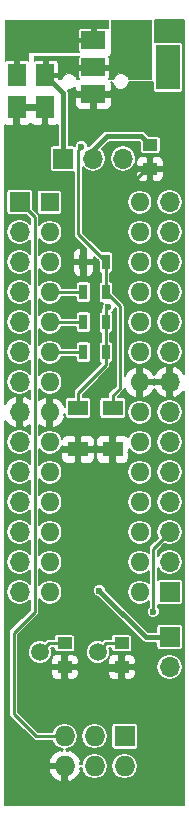
<source format=gbr>
G04 #@! TF.FileFunction,Copper,L2,Bot,Signal*
%FSLAX46Y46*%
G04 Gerber Fmt 4.6, Leading zero omitted, Abs format (unit mm)*
G04 Created by KiCad (PCBNEW 4.0.2+e4-6225~38~ubuntu15.10.1-stable) date Wed 09 Aug 2017 03:20:26 AM EEST*
%MOMM*%
G01*
G04 APERTURE LIST*
%ADD10C,0.100000*%
%ADD11R,1.727200X1.727200*%
%ADD12O,1.727200X1.727200*%
%ADD13R,1.600000X1.600000*%
%ADD14O,1.600000X1.600000*%
%ADD15R,2.000000X3.800000*%
%ADD16R,2.000000X1.500000*%
%ADD17C,1.500000*%
%ADD18R,1.700000X1.700000*%
%ADD19O,1.700000X1.700000*%
%ADD20R,1.250000X1.000000*%
%ADD21R,1.500000X1.950000*%
%ADD22R,1.700000X1.300000*%
%ADD23R,0.700000X1.300000*%
%ADD24C,0.600000*%
%ADD25C,0.400000*%
%ADD26C,0.250000*%
%ADD27C,0.127000*%
G04 APERTURE END LIST*
D10*
D11*
X78740000Y-116332000D03*
D12*
X78740000Y-118872000D03*
X76200000Y-116332000D03*
X76200000Y-118872000D03*
X73660000Y-116332000D03*
X73660000Y-118872000D03*
D13*
X72390000Y-71120000D03*
D14*
X80010000Y-104140000D03*
X72390000Y-73660000D03*
X80010000Y-101600000D03*
X72390000Y-76200000D03*
X80010000Y-99060000D03*
X72390000Y-78740000D03*
X80010000Y-96520000D03*
X72390000Y-81280000D03*
X80010000Y-93980000D03*
X72390000Y-83820000D03*
X80010000Y-91440000D03*
X72390000Y-86360000D03*
X80010000Y-88900000D03*
X72390000Y-88900000D03*
X80010000Y-86360000D03*
X72390000Y-91440000D03*
X80010000Y-83820000D03*
X72390000Y-93980000D03*
X80010000Y-81280000D03*
X72390000Y-96520000D03*
X80010000Y-78740000D03*
X72390000Y-99060000D03*
X80010000Y-76200000D03*
X72390000Y-101600000D03*
X80010000Y-73660000D03*
X72390000Y-104140000D03*
X80010000Y-71120000D03*
D15*
X82398000Y-59690000D03*
D16*
X76098000Y-59690000D03*
X76098000Y-57390000D03*
X76098000Y-61990000D03*
D17*
X76454000Y-109220000D03*
X71574000Y-109220000D03*
D18*
X73533000Y-67437000D03*
D19*
X76073000Y-67437000D03*
X78613000Y-67437000D03*
D18*
X82550000Y-107950000D03*
D19*
X82550000Y-110490000D03*
D18*
X69850000Y-71120000D03*
D19*
X69850000Y-73660000D03*
X69850000Y-76200000D03*
X69850000Y-78740000D03*
X69850000Y-81280000D03*
X69850000Y-83820000D03*
X69850000Y-86360000D03*
X69850000Y-88900000D03*
X69850000Y-91440000D03*
X69850000Y-93980000D03*
X69850000Y-96520000D03*
X69850000Y-99060000D03*
X69850000Y-101600000D03*
X69850000Y-104140000D03*
D18*
X82550000Y-104140000D03*
D19*
X82550000Y-101600000D03*
X82550000Y-99060000D03*
X82550000Y-96520000D03*
X82550000Y-93980000D03*
X82550000Y-91440000D03*
X82550000Y-88900000D03*
X82550000Y-86360000D03*
X82550000Y-83820000D03*
X82550000Y-81280000D03*
X82550000Y-78740000D03*
X82550000Y-76200000D03*
X82550000Y-73660000D03*
X82550000Y-71120000D03*
D20*
X80899000Y-66310000D03*
X80899000Y-68310000D03*
D21*
X69596000Y-60347000D03*
X69596000Y-63097000D03*
X72009000Y-60347000D03*
X72009000Y-63097000D03*
D20*
X78486000Y-108474000D03*
X78486000Y-110474000D03*
X73660000Y-108474000D03*
X73660000Y-110474000D03*
D22*
X74803000Y-88547000D03*
X74803000Y-92047000D03*
X77724000Y-88547000D03*
X77724000Y-92047000D03*
D23*
X75250000Y-81280000D03*
X77150000Y-81280000D03*
X75250000Y-78740000D03*
X77150000Y-78740000D03*
X75250000Y-83820000D03*
X77150000Y-83820000D03*
X77150000Y-76200000D03*
X75250000Y-76200000D03*
D24*
X76581000Y-104013000D03*
X70040500Y-65976500D03*
X73914000Y-86868000D03*
X74803000Y-65595500D03*
X71374000Y-111506000D03*
X79375000Y-69469000D03*
X76454000Y-111506000D03*
X73787000Y-57848500D03*
X81153000Y-105791000D03*
X77343000Y-80010000D03*
X75057000Y-66421000D03*
D25*
X76073000Y-67437000D02*
X76073000Y-66675000D01*
X76073000Y-66675000D02*
X77216000Y-65532000D01*
X77216000Y-65532000D02*
X80121000Y-65532000D01*
X80121000Y-65532000D02*
X80899000Y-66310000D01*
X76581000Y-104013000D02*
X80518000Y-107950000D01*
X80518000Y-107950000D02*
X82550000Y-107950000D01*
D26*
X70040500Y-65976500D02*
X69596000Y-65532000D01*
X69596000Y-65532000D02*
X69596000Y-63097000D01*
X73914000Y-86868000D02*
X73152000Y-87630000D01*
X73152000Y-87630000D02*
X72453500Y-87630000D01*
X72453500Y-87630000D02*
X72390000Y-87693500D01*
X72390000Y-87693500D02*
X72390000Y-88900000D01*
X76098000Y-61990000D02*
X76098000Y-64300500D01*
X76098000Y-64300500D02*
X74803000Y-65595500D01*
X73660000Y-110474000D02*
X72025000Y-110474000D01*
X72025000Y-110474000D02*
X71374000Y-111125000D01*
X71374000Y-111125000D02*
X71374000Y-111506000D01*
X79375000Y-69469000D02*
X80534000Y-68310000D01*
X80534000Y-68310000D02*
X80899000Y-68310000D01*
X80010000Y-86360000D02*
X79629000Y-86360000D01*
X76454000Y-111506000D02*
X77236000Y-110724000D01*
X77236000Y-110724000D02*
X78486000Y-110724000D01*
X72009000Y-63722000D02*
X72009000Y-63754000D01*
D25*
X73787000Y-57848500D02*
X73660000Y-57721500D01*
X73660000Y-57721500D02*
X73660000Y-57340500D01*
X73533000Y-67437000D02*
X73533000Y-61871000D01*
X73533000Y-61871000D02*
X72009000Y-60347000D01*
D26*
X72285000Y-60347000D02*
X72009000Y-60347000D01*
X72041000Y-59690000D02*
X72009000Y-59722000D01*
X76098000Y-59690000D02*
X76200000Y-59690000D01*
X76066000Y-59722000D02*
X76098000Y-59690000D01*
X77200000Y-108474000D02*
X76454000Y-109220000D01*
X78486000Y-108474000D02*
X77200000Y-108474000D01*
X72320000Y-108474000D02*
X71574000Y-109220000D01*
X73660000Y-108474000D02*
X72320000Y-108474000D01*
X72390000Y-81280000D02*
X75250000Y-81280000D01*
X72390000Y-78740000D02*
X75250000Y-78740000D01*
X73660000Y-116332000D02*
X71247000Y-116332000D01*
X71247000Y-116332000D02*
X69342000Y-114427000D01*
X69342000Y-114427000D02*
X69342000Y-107569000D01*
X69342000Y-107569000D02*
X71120000Y-105791000D01*
X71120000Y-105791000D02*
X71120000Y-72390000D01*
X71120000Y-72390000D02*
X69850000Y-71120000D01*
X72390000Y-71120000D02*
X71882000Y-71120000D01*
X81153000Y-100457000D02*
X82550000Y-99060000D01*
X81153000Y-105791000D02*
X81153000Y-100457000D01*
X72390000Y-83820000D02*
X75250000Y-83820000D01*
X77343000Y-80010000D02*
X77150000Y-80203000D01*
X77150000Y-80203000D02*
X77150000Y-81280000D01*
X77150000Y-81280000D02*
X77150000Y-80706000D01*
X74803000Y-88547000D02*
X74803000Y-87249000D01*
X74803000Y-87249000D02*
X77150000Y-84902000D01*
X77150000Y-84902000D02*
X77150000Y-83820000D01*
X77150000Y-81280000D02*
X77150000Y-83820000D01*
X75057000Y-66421000D02*
X74803000Y-66675000D01*
X74803000Y-66675000D02*
X74803000Y-73853000D01*
X74803000Y-73853000D02*
X77150000Y-76200000D01*
X77724000Y-88547000D02*
X77724000Y-87503000D01*
X77724000Y-87503000D02*
X78359000Y-86868000D01*
X78359000Y-86868000D02*
X78359000Y-79949000D01*
X78359000Y-79949000D02*
X77150000Y-78740000D01*
X77150000Y-76200000D02*
X77150000Y-78740000D01*
D27*
G36*
X83770500Y-85648410D02*
X83448468Y-85258428D01*
X82958523Y-84998451D01*
X82740500Y-85094182D01*
X82740500Y-86169500D01*
X82760500Y-86169500D01*
X82760500Y-86550500D01*
X82740500Y-86550500D01*
X82740500Y-87625818D01*
X82958523Y-87721549D01*
X83448468Y-87461572D01*
X83770500Y-87071590D01*
X83770500Y-122124500D01*
X68629500Y-122124500D01*
X68629500Y-119282667D01*
X72284913Y-119282667D01*
X72397270Y-119553957D01*
X72754363Y-119985272D01*
X73249331Y-120247102D01*
X73469500Y-120151540D01*
X73469500Y-119062500D01*
X72381894Y-119062500D01*
X72284913Y-119282667D01*
X68629500Y-119282667D01*
X68629500Y-89611590D01*
X68951532Y-90001572D01*
X69441477Y-90261549D01*
X69659500Y-90165818D01*
X69659500Y-89090500D01*
X69639500Y-89090500D01*
X69639500Y-88709500D01*
X69659500Y-88709500D01*
X69659500Y-87634182D01*
X69441477Y-87538451D01*
X68951532Y-87798428D01*
X68629500Y-88188410D01*
X68629500Y-73660000D01*
X68714685Y-73660000D01*
X68799445Y-74086118D01*
X69040822Y-74447363D01*
X69402067Y-74688740D01*
X69828185Y-74773500D01*
X69871815Y-74773500D01*
X70297933Y-74688740D01*
X70659178Y-74447363D01*
X70731500Y-74339126D01*
X70731500Y-75520874D01*
X70659178Y-75412637D01*
X70297933Y-75171260D01*
X69871815Y-75086500D01*
X69828185Y-75086500D01*
X69402067Y-75171260D01*
X69040822Y-75412637D01*
X68799445Y-75773882D01*
X68714685Y-76200000D01*
X68799445Y-76626118D01*
X69040822Y-76987363D01*
X69402067Y-77228740D01*
X69828185Y-77313500D01*
X69871815Y-77313500D01*
X70297933Y-77228740D01*
X70659178Y-76987363D01*
X70731500Y-76879126D01*
X70731500Y-78060874D01*
X70659178Y-77952637D01*
X70297933Y-77711260D01*
X69871815Y-77626500D01*
X69828185Y-77626500D01*
X69402067Y-77711260D01*
X69040822Y-77952637D01*
X68799445Y-78313882D01*
X68714685Y-78740000D01*
X68799445Y-79166118D01*
X69040822Y-79527363D01*
X69402067Y-79768740D01*
X69828185Y-79853500D01*
X69871815Y-79853500D01*
X70297933Y-79768740D01*
X70659178Y-79527363D01*
X70731500Y-79419126D01*
X70731500Y-80600874D01*
X70659178Y-80492637D01*
X70297933Y-80251260D01*
X69871815Y-80166500D01*
X69828185Y-80166500D01*
X69402067Y-80251260D01*
X69040822Y-80492637D01*
X68799445Y-80853882D01*
X68714685Y-81280000D01*
X68799445Y-81706118D01*
X69040822Y-82067363D01*
X69402067Y-82308740D01*
X69828185Y-82393500D01*
X69871815Y-82393500D01*
X70297933Y-82308740D01*
X70659178Y-82067363D01*
X70731500Y-81959126D01*
X70731500Y-83140874D01*
X70659178Y-83032637D01*
X70297933Y-82791260D01*
X69871815Y-82706500D01*
X69828185Y-82706500D01*
X69402067Y-82791260D01*
X69040822Y-83032637D01*
X68799445Y-83393882D01*
X68714685Y-83820000D01*
X68799445Y-84246118D01*
X69040822Y-84607363D01*
X69402067Y-84848740D01*
X69828185Y-84933500D01*
X69871815Y-84933500D01*
X70297933Y-84848740D01*
X70659178Y-84607363D01*
X70731500Y-84499126D01*
X70731500Y-85680874D01*
X70659178Y-85572637D01*
X70297933Y-85331260D01*
X69871815Y-85246500D01*
X69828185Y-85246500D01*
X69402067Y-85331260D01*
X69040822Y-85572637D01*
X68799445Y-85933882D01*
X68714685Y-86360000D01*
X68799445Y-86786118D01*
X69040822Y-87147363D01*
X69402067Y-87388740D01*
X69828185Y-87473500D01*
X69871815Y-87473500D01*
X70297933Y-87388740D01*
X70659178Y-87147363D01*
X70731500Y-87039126D01*
X70731500Y-87789424D01*
X70258523Y-87538451D01*
X70040500Y-87634182D01*
X70040500Y-88709500D01*
X70060500Y-88709500D01*
X70060500Y-89090500D01*
X70040500Y-89090500D01*
X70040500Y-90165818D01*
X70258523Y-90261549D01*
X70731500Y-90010576D01*
X70731500Y-90760874D01*
X70659178Y-90652637D01*
X70297933Y-90411260D01*
X69871815Y-90326500D01*
X69828185Y-90326500D01*
X69402067Y-90411260D01*
X69040822Y-90652637D01*
X68799445Y-91013882D01*
X68714685Y-91440000D01*
X68799445Y-91866118D01*
X69040822Y-92227363D01*
X69402067Y-92468740D01*
X69828185Y-92553500D01*
X69871815Y-92553500D01*
X70297933Y-92468740D01*
X70659178Y-92227363D01*
X70731500Y-92119126D01*
X70731500Y-93300874D01*
X70659178Y-93192637D01*
X70297933Y-92951260D01*
X69871815Y-92866500D01*
X69828185Y-92866500D01*
X69402067Y-92951260D01*
X69040822Y-93192637D01*
X68799445Y-93553882D01*
X68714685Y-93980000D01*
X68799445Y-94406118D01*
X69040822Y-94767363D01*
X69402067Y-95008740D01*
X69828185Y-95093500D01*
X69871815Y-95093500D01*
X70297933Y-95008740D01*
X70659178Y-94767363D01*
X70731500Y-94659126D01*
X70731500Y-95840874D01*
X70659178Y-95732637D01*
X70297933Y-95491260D01*
X69871815Y-95406500D01*
X69828185Y-95406500D01*
X69402067Y-95491260D01*
X69040822Y-95732637D01*
X68799445Y-96093882D01*
X68714685Y-96520000D01*
X68799445Y-96946118D01*
X69040822Y-97307363D01*
X69402067Y-97548740D01*
X69828185Y-97633500D01*
X69871815Y-97633500D01*
X70297933Y-97548740D01*
X70659178Y-97307363D01*
X70731500Y-97199126D01*
X70731500Y-98380874D01*
X70659178Y-98272637D01*
X70297933Y-98031260D01*
X69871815Y-97946500D01*
X69828185Y-97946500D01*
X69402067Y-98031260D01*
X69040822Y-98272637D01*
X68799445Y-98633882D01*
X68714685Y-99060000D01*
X68799445Y-99486118D01*
X69040822Y-99847363D01*
X69402067Y-100088740D01*
X69828185Y-100173500D01*
X69871815Y-100173500D01*
X70297933Y-100088740D01*
X70659178Y-99847363D01*
X70731500Y-99739126D01*
X70731500Y-100920874D01*
X70659178Y-100812637D01*
X70297933Y-100571260D01*
X69871815Y-100486500D01*
X69828185Y-100486500D01*
X69402067Y-100571260D01*
X69040822Y-100812637D01*
X68799445Y-101173882D01*
X68714685Y-101600000D01*
X68799445Y-102026118D01*
X69040822Y-102387363D01*
X69402067Y-102628740D01*
X69828185Y-102713500D01*
X69871815Y-102713500D01*
X70297933Y-102628740D01*
X70659178Y-102387363D01*
X70731500Y-102279126D01*
X70731500Y-103460874D01*
X70659178Y-103352637D01*
X70297933Y-103111260D01*
X69871815Y-103026500D01*
X69828185Y-103026500D01*
X69402067Y-103111260D01*
X69040822Y-103352637D01*
X68799445Y-103713882D01*
X68714685Y-104140000D01*
X68799445Y-104566118D01*
X69040822Y-104927363D01*
X69402067Y-105168740D01*
X69828185Y-105253500D01*
X69871815Y-105253500D01*
X70297933Y-105168740D01*
X70659178Y-104927363D01*
X70731500Y-104819126D01*
X70731500Y-105630078D01*
X69067289Y-107294289D01*
X68983073Y-107420327D01*
X68953500Y-107569000D01*
X68953500Y-114427000D01*
X68983073Y-114575673D01*
X69067289Y-114701711D01*
X70972289Y-116606711D01*
X71098328Y-116690928D01*
X71247000Y-116720500D01*
X72588096Y-116720500D01*
X72596614Y-116763322D01*
X72840939Y-117128980D01*
X73206597Y-117373305D01*
X73526312Y-117436900D01*
X73469498Y-117436900D01*
X73469498Y-117592459D01*
X73249331Y-117496898D01*
X72754363Y-117758728D01*
X72397270Y-118190043D01*
X72284913Y-118461333D01*
X72381894Y-118681500D01*
X73469500Y-118681500D01*
X73469500Y-118661500D01*
X73850500Y-118661500D01*
X73850500Y-118681500D01*
X73870500Y-118681500D01*
X73870500Y-119062500D01*
X73850500Y-119062500D01*
X73850500Y-120151540D01*
X74070669Y-120247102D01*
X74565637Y-119985272D01*
X74922730Y-119553957D01*
X75035087Y-119282667D01*
X74938107Y-119062502D01*
X75088712Y-119062502D01*
X75136614Y-119303322D01*
X75380939Y-119668980D01*
X75746597Y-119913305D01*
X76177919Y-119999100D01*
X76222081Y-119999100D01*
X76653403Y-119913305D01*
X77019061Y-119668980D01*
X77263386Y-119303322D01*
X77349181Y-118872000D01*
X77590819Y-118872000D01*
X77676614Y-119303322D01*
X77920939Y-119668980D01*
X78286597Y-119913305D01*
X78717919Y-119999100D01*
X78762081Y-119999100D01*
X79193403Y-119913305D01*
X79559061Y-119668980D01*
X79803386Y-119303322D01*
X79889181Y-118872000D01*
X79803386Y-118440678D01*
X79559061Y-118075020D01*
X79193403Y-117830695D01*
X78762081Y-117744900D01*
X78717919Y-117744900D01*
X78286597Y-117830695D01*
X77920939Y-118075020D01*
X77676614Y-118440678D01*
X77590819Y-118872000D01*
X77349181Y-118872000D01*
X77263386Y-118440678D01*
X77019061Y-118075020D01*
X76653403Y-117830695D01*
X76222081Y-117744900D01*
X76177919Y-117744900D01*
X75746597Y-117830695D01*
X75380939Y-118075020D01*
X75136614Y-118440678D01*
X75088712Y-118681498D01*
X74938107Y-118681498D01*
X75035087Y-118461333D01*
X74922730Y-118190043D01*
X74565637Y-117758728D01*
X74070669Y-117496898D01*
X73850502Y-117592459D01*
X73850502Y-117436900D01*
X73793688Y-117436900D01*
X74113403Y-117373305D01*
X74479061Y-117128980D01*
X74723386Y-116763322D01*
X74809181Y-116332000D01*
X75050819Y-116332000D01*
X75136614Y-116763322D01*
X75380939Y-117128980D01*
X75746597Y-117373305D01*
X76177919Y-117459100D01*
X76222081Y-117459100D01*
X76653403Y-117373305D01*
X77019061Y-117128980D01*
X77263386Y-116763322D01*
X77349181Y-116332000D01*
X77263386Y-115900678D01*
X77019061Y-115535020D01*
X76919358Y-115468400D01*
X77607738Y-115468400D01*
X77607738Y-117195600D01*
X77626112Y-117293247D01*
X77683821Y-117382930D01*
X77771875Y-117443095D01*
X77876400Y-117464262D01*
X79603600Y-117464262D01*
X79701247Y-117445888D01*
X79790930Y-117388179D01*
X79851095Y-117300125D01*
X79872262Y-117195600D01*
X79872262Y-115468400D01*
X79853888Y-115370753D01*
X79796179Y-115281070D01*
X79708125Y-115220905D01*
X79603600Y-115199738D01*
X77876400Y-115199738D01*
X77778753Y-115218112D01*
X77689070Y-115275821D01*
X77628905Y-115363875D01*
X77607738Y-115468400D01*
X76919358Y-115468400D01*
X76653403Y-115290695D01*
X76222081Y-115204900D01*
X76177919Y-115204900D01*
X75746597Y-115290695D01*
X75380939Y-115535020D01*
X75136614Y-115900678D01*
X75050819Y-116332000D01*
X74809181Y-116332000D01*
X74723386Y-115900678D01*
X74479061Y-115535020D01*
X74113403Y-115290695D01*
X73682081Y-115204900D01*
X73637919Y-115204900D01*
X73206597Y-115290695D01*
X72840939Y-115535020D01*
X72596614Y-115900678D01*
X72588096Y-115943500D01*
X71407922Y-115943500D01*
X69730500Y-114266078D01*
X69730500Y-110807375D01*
X72463500Y-110807375D01*
X72463500Y-111087678D01*
X72550506Y-111297728D01*
X72711271Y-111458494D01*
X72921321Y-111545500D01*
X73326625Y-111545500D01*
X73469500Y-111402625D01*
X73469500Y-110664500D01*
X73850500Y-110664500D01*
X73850500Y-111402625D01*
X73993375Y-111545500D01*
X74398679Y-111545500D01*
X74608729Y-111458494D01*
X74769494Y-111297728D01*
X74856500Y-111087678D01*
X74856500Y-110807375D01*
X77289500Y-110807375D01*
X77289500Y-111087678D01*
X77376506Y-111297728D01*
X77537271Y-111458494D01*
X77747321Y-111545500D01*
X78152625Y-111545500D01*
X78295500Y-111402625D01*
X78295500Y-110664500D01*
X78676500Y-110664500D01*
X78676500Y-111402625D01*
X78819375Y-111545500D01*
X79224679Y-111545500D01*
X79434729Y-111458494D01*
X79595494Y-111297728D01*
X79682500Y-111087678D01*
X79682500Y-110807375D01*
X79539625Y-110664500D01*
X78676500Y-110664500D01*
X78295500Y-110664500D01*
X77432375Y-110664500D01*
X77289500Y-110807375D01*
X74856500Y-110807375D01*
X74713625Y-110664500D01*
X73850500Y-110664500D01*
X73469500Y-110664500D01*
X72606375Y-110664500D01*
X72463500Y-110807375D01*
X69730500Y-110807375D01*
X69730500Y-110490000D01*
X81414685Y-110490000D01*
X81499445Y-110916118D01*
X81740822Y-111277363D01*
X82102067Y-111518740D01*
X82528185Y-111603500D01*
X82571815Y-111603500D01*
X82997933Y-111518740D01*
X83359178Y-111277363D01*
X83600555Y-110916118D01*
X83685315Y-110490000D01*
X83600555Y-110063882D01*
X83359178Y-109702637D01*
X82997933Y-109461260D01*
X82571815Y-109376500D01*
X82528185Y-109376500D01*
X82102067Y-109461260D01*
X81740822Y-109702637D01*
X81499445Y-110063882D01*
X81414685Y-110490000D01*
X69730500Y-110490000D01*
X69730500Y-109420713D01*
X70560324Y-109420713D01*
X70714295Y-109793352D01*
X70999149Y-110078703D01*
X71371518Y-110233324D01*
X71774713Y-110233676D01*
X72147352Y-110079705D01*
X72367117Y-109860322D01*
X72463500Y-109860322D01*
X72463500Y-110140625D01*
X72606375Y-110283500D01*
X73469500Y-110283500D01*
X73469500Y-109545375D01*
X73850500Y-109545375D01*
X73850500Y-110283500D01*
X74713625Y-110283500D01*
X74856500Y-110140625D01*
X74856500Y-109860322D01*
X74769494Y-109650272D01*
X74608729Y-109489506D01*
X74442649Y-109420713D01*
X75440324Y-109420713D01*
X75594295Y-109793352D01*
X75879149Y-110078703D01*
X76251518Y-110233324D01*
X76654713Y-110233676D01*
X77027352Y-110079705D01*
X77247117Y-109860322D01*
X77289500Y-109860322D01*
X77289500Y-110140625D01*
X77432375Y-110283500D01*
X78295500Y-110283500D01*
X78295500Y-109545375D01*
X78676500Y-109545375D01*
X78676500Y-110283500D01*
X79539625Y-110283500D01*
X79682500Y-110140625D01*
X79682500Y-109860322D01*
X79595494Y-109650272D01*
X79434729Y-109489506D01*
X79224679Y-109402500D01*
X78819375Y-109402500D01*
X78676500Y-109545375D01*
X78295500Y-109545375D01*
X78152625Y-109402500D01*
X77747321Y-109402500D01*
X77537271Y-109489506D01*
X77376506Y-109650272D01*
X77289500Y-109860322D01*
X77247117Y-109860322D01*
X77312703Y-109794851D01*
X77467324Y-109422482D01*
X77467676Y-109019287D01*
X77402893Y-108862500D01*
X77592338Y-108862500D01*
X77592338Y-108974000D01*
X77610712Y-109071647D01*
X77668421Y-109161330D01*
X77756475Y-109221495D01*
X77861000Y-109242662D01*
X79111000Y-109242662D01*
X79208647Y-109224288D01*
X79298330Y-109166579D01*
X79358495Y-109078525D01*
X79379662Y-108974000D01*
X79379662Y-107974000D01*
X79361288Y-107876353D01*
X79303579Y-107786670D01*
X79215525Y-107726505D01*
X79111000Y-107705338D01*
X77861000Y-107705338D01*
X77763353Y-107723712D01*
X77673670Y-107781421D01*
X77613505Y-107869475D01*
X77592338Y-107974000D01*
X77592338Y-108085500D01*
X77200000Y-108085500D01*
X77051327Y-108115073D01*
X76925289Y-108199289D01*
X76841200Y-108283378D01*
X76656482Y-108206676D01*
X76253287Y-108206324D01*
X75880648Y-108360295D01*
X75595297Y-108645149D01*
X75440676Y-109017518D01*
X75440324Y-109420713D01*
X74442649Y-109420713D01*
X74398679Y-109402500D01*
X73993375Y-109402500D01*
X73850500Y-109545375D01*
X73469500Y-109545375D01*
X73326625Y-109402500D01*
X72921321Y-109402500D01*
X72711271Y-109489506D01*
X72550506Y-109650272D01*
X72463500Y-109860322D01*
X72367117Y-109860322D01*
X72432703Y-109794851D01*
X72587324Y-109422482D01*
X72587676Y-109019287D01*
X72522893Y-108862500D01*
X72766338Y-108862500D01*
X72766338Y-108974000D01*
X72784712Y-109071647D01*
X72842421Y-109161330D01*
X72930475Y-109221495D01*
X73035000Y-109242662D01*
X74285000Y-109242662D01*
X74382647Y-109224288D01*
X74472330Y-109166579D01*
X74532495Y-109078525D01*
X74553662Y-108974000D01*
X74553662Y-107974000D01*
X74535288Y-107876353D01*
X74477579Y-107786670D01*
X74389525Y-107726505D01*
X74285000Y-107705338D01*
X73035000Y-107705338D01*
X72937353Y-107723712D01*
X72847670Y-107781421D01*
X72787505Y-107869475D01*
X72766338Y-107974000D01*
X72766338Y-108085500D01*
X72320000Y-108085500D01*
X72171327Y-108115073D01*
X72045289Y-108199289D01*
X71961200Y-108283378D01*
X71776482Y-108206676D01*
X71373287Y-108206324D01*
X71000648Y-108360295D01*
X70715297Y-108645149D01*
X70560676Y-109017518D01*
X70560324Y-109420713D01*
X69730500Y-109420713D01*
X69730500Y-107729922D01*
X71394711Y-106065711D01*
X71478928Y-105939672D01*
X71508500Y-105791000D01*
X71508500Y-104729392D01*
X71617157Y-104892008D01*
X71962181Y-105122546D01*
X72369165Y-105203500D01*
X72410835Y-105203500D01*
X72817819Y-105122546D01*
X73162843Y-104892008D01*
X73393381Y-104546984D01*
X73474335Y-104140000D01*
X73471271Y-104124595D01*
X76017402Y-104124595D01*
X76103009Y-104331780D01*
X76261386Y-104490434D01*
X76468421Y-104576402D01*
X76488932Y-104576420D01*
X80190256Y-108277744D01*
X80340626Y-108378218D01*
X80518000Y-108413500D01*
X81431338Y-108413500D01*
X81431338Y-108800000D01*
X81449712Y-108897647D01*
X81507421Y-108987330D01*
X81595475Y-109047495D01*
X81700000Y-109068662D01*
X83400000Y-109068662D01*
X83497647Y-109050288D01*
X83587330Y-108992579D01*
X83647495Y-108904525D01*
X83668662Y-108800000D01*
X83668662Y-107100000D01*
X83650288Y-107002353D01*
X83592579Y-106912670D01*
X83504525Y-106852505D01*
X83400000Y-106831338D01*
X81700000Y-106831338D01*
X81602353Y-106849712D01*
X81512670Y-106907421D01*
X81452505Y-106995475D01*
X81431338Y-107100000D01*
X81431338Y-107486500D01*
X80709988Y-107486500D01*
X77144581Y-103921093D01*
X77144598Y-103901405D01*
X77058991Y-103694220D01*
X76900614Y-103535566D01*
X76693579Y-103449598D01*
X76469405Y-103449402D01*
X76262220Y-103535009D01*
X76103566Y-103693386D01*
X76017598Y-103900421D01*
X76017402Y-104124595D01*
X73471271Y-104124595D01*
X73393381Y-103733016D01*
X73162843Y-103387992D01*
X72817819Y-103157454D01*
X72410835Y-103076500D01*
X72369165Y-103076500D01*
X71962181Y-103157454D01*
X71617157Y-103387992D01*
X71508500Y-103550608D01*
X71508500Y-102189392D01*
X71617157Y-102352008D01*
X71962181Y-102582546D01*
X72369165Y-102663500D01*
X72410835Y-102663500D01*
X72817819Y-102582546D01*
X73162843Y-102352008D01*
X73393381Y-102006984D01*
X73474335Y-101600000D01*
X78925665Y-101600000D01*
X79006619Y-102006984D01*
X79237157Y-102352008D01*
X79582181Y-102582546D01*
X79989165Y-102663500D01*
X80030835Y-102663500D01*
X80437819Y-102582546D01*
X80764500Y-102364264D01*
X80764500Y-103375736D01*
X80437819Y-103157454D01*
X80030835Y-103076500D01*
X79989165Y-103076500D01*
X79582181Y-103157454D01*
X79237157Y-103387992D01*
X79006619Y-103733016D01*
X78925665Y-104140000D01*
X79006619Y-104546984D01*
X79237157Y-104892008D01*
X79582181Y-105122546D01*
X79989165Y-105203500D01*
X80030835Y-105203500D01*
X80437819Y-105122546D01*
X80764500Y-104904264D01*
X80764500Y-105382607D01*
X80675566Y-105471386D01*
X80589598Y-105678421D01*
X80589402Y-105902595D01*
X80675009Y-106109780D01*
X80833386Y-106268434D01*
X81040421Y-106354402D01*
X81264595Y-106354598D01*
X81471780Y-106268991D01*
X81630434Y-106110614D01*
X81716402Y-105903579D01*
X81716598Y-105679405D01*
X81630991Y-105472220D01*
X81541500Y-105382572D01*
X81541500Y-105200615D01*
X81595475Y-105237495D01*
X81700000Y-105258662D01*
X83400000Y-105258662D01*
X83497647Y-105240288D01*
X83587330Y-105182579D01*
X83647495Y-105094525D01*
X83668662Y-104990000D01*
X83668662Y-103290000D01*
X83650288Y-103192353D01*
X83592579Y-103102670D01*
X83504525Y-103042505D01*
X83400000Y-103021338D01*
X81700000Y-103021338D01*
X81602353Y-103039712D01*
X81541500Y-103078870D01*
X81541500Y-102089058D01*
X81740822Y-102387363D01*
X82102067Y-102628740D01*
X82528185Y-102713500D01*
X82571815Y-102713500D01*
X82997933Y-102628740D01*
X83359178Y-102387363D01*
X83600555Y-102026118D01*
X83685315Y-101600000D01*
X83600555Y-101173882D01*
X83359178Y-100812637D01*
X82997933Y-100571260D01*
X82571815Y-100486500D01*
X82528185Y-100486500D01*
X82102067Y-100571260D01*
X81740822Y-100812637D01*
X81541500Y-101110942D01*
X81541500Y-100617922D01*
X82083253Y-100076169D01*
X82102067Y-100088740D01*
X82528185Y-100173500D01*
X82571815Y-100173500D01*
X82997933Y-100088740D01*
X83359178Y-99847363D01*
X83600555Y-99486118D01*
X83685315Y-99060000D01*
X83600555Y-98633882D01*
X83359178Y-98272637D01*
X82997933Y-98031260D01*
X82571815Y-97946500D01*
X82528185Y-97946500D01*
X82102067Y-98031260D01*
X81740822Y-98272637D01*
X81499445Y-98633882D01*
X81414685Y-99060000D01*
X81499445Y-99486118D01*
X81529492Y-99531086D01*
X80878289Y-100182289D01*
X80794073Y-100308327D01*
X80764500Y-100457000D01*
X80764500Y-100835736D01*
X80437819Y-100617454D01*
X80030835Y-100536500D01*
X79989165Y-100536500D01*
X79582181Y-100617454D01*
X79237157Y-100847992D01*
X79006619Y-101193016D01*
X78925665Y-101600000D01*
X73474335Y-101600000D01*
X73393381Y-101193016D01*
X73162843Y-100847992D01*
X72817819Y-100617454D01*
X72410835Y-100536500D01*
X72369165Y-100536500D01*
X71962181Y-100617454D01*
X71617157Y-100847992D01*
X71508500Y-101010608D01*
X71508500Y-99649392D01*
X71617157Y-99812008D01*
X71962181Y-100042546D01*
X72369165Y-100123500D01*
X72410835Y-100123500D01*
X72817819Y-100042546D01*
X73162843Y-99812008D01*
X73393381Y-99466984D01*
X73474335Y-99060000D01*
X78925665Y-99060000D01*
X79006619Y-99466984D01*
X79237157Y-99812008D01*
X79582181Y-100042546D01*
X79989165Y-100123500D01*
X80030835Y-100123500D01*
X80437819Y-100042546D01*
X80782843Y-99812008D01*
X81013381Y-99466984D01*
X81094335Y-99060000D01*
X81013381Y-98653016D01*
X80782843Y-98307992D01*
X80437819Y-98077454D01*
X80030835Y-97996500D01*
X79989165Y-97996500D01*
X79582181Y-98077454D01*
X79237157Y-98307992D01*
X79006619Y-98653016D01*
X78925665Y-99060000D01*
X73474335Y-99060000D01*
X73393381Y-98653016D01*
X73162843Y-98307992D01*
X72817819Y-98077454D01*
X72410835Y-97996500D01*
X72369165Y-97996500D01*
X71962181Y-98077454D01*
X71617157Y-98307992D01*
X71508500Y-98470608D01*
X71508500Y-97109392D01*
X71617157Y-97272008D01*
X71962181Y-97502546D01*
X72369165Y-97583500D01*
X72410835Y-97583500D01*
X72817819Y-97502546D01*
X73162843Y-97272008D01*
X73393381Y-96926984D01*
X73474335Y-96520000D01*
X78925665Y-96520000D01*
X79006619Y-96926984D01*
X79237157Y-97272008D01*
X79582181Y-97502546D01*
X79989165Y-97583500D01*
X80030835Y-97583500D01*
X80437819Y-97502546D01*
X80782843Y-97272008D01*
X81013381Y-96926984D01*
X81094335Y-96520000D01*
X81414685Y-96520000D01*
X81499445Y-96946118D01*
X81740822Y-97307363D01*
X82102067Y-97548740D01*
X82528185Y-97633500D01*
X82571815Y-97633500D01*
X82997933Y-97548740D01*
X83359178Y-97307363D01*
X83600555Y-96946118D01*
X83685315Y-96520000D01*
X83600555Y-96093882D01*
X83359178Y-95732637D01*
X82997933Y-95491260D01*
X82571815Y-95406500D01*
X82528185Y-95406500D01*
X82102067Y-95491260D01*
X81740822Y-95732637D01*
X81499445Y-96093882D01*
X81414685Y-96520000D01*
X81094335Y-96520000D01*
X81013381Y-96113016D01*
X80782843Y-95767992D01*
X80437819Y-95537454D01*
X80030835Y-95456500D01*
X79989165Y-95456500D01*
X79582181Y-95537454D01*
X79237157Y-95767992D01*
X79006619Y-96113016D01*
X78925665Y-96520000D01*
X73474335Y-96520000D01*
X73393381Y-96113016D01*
X73162843Y-95767992D01*
X72817819Y-95537454D01*
X72410835Y-95456500D01*
X72369165Y-95456500D01*
X71962181Y-95537454D01*
X71617157Y-95767992D01*
X71508500Y-95930608D01*
X71508500Y-94569392D01*
X71617157Y-94732008D01*
X71962181Y-94962546D01*
X72369165Y-95043500D01*
X72410835Y-95043500D01*
X72817819Y-94962546D01*
X73162843Y-94732008D01*
X73393381Y-94386984D01*
X73474335Y-93980000D01*
X78925665Y-93980000D01*
X79006619Y-94386984D01*
X79237157Y-94732008D01*
X79582181Y-94962546D01*
X79989165Y-95043500D01*
X80030835Y-95043500D01*
X80437819Y-94962546D01*
X80782843Y-94732008D01*
X81013381Y-94386984D01*
X81094335Y-93980000D01*
X81414685Y-93980000D01*
X81499445Y-94406118D01*
X81740822Y-94767363D01*
X82102067Y-95008740D01*
X82528185Y-95093500D01*
X82571815Y-95093500D01*
X82997933Y-95008740D01*
X83359178Y-94767363D01*
X83600555Y-94406118D01*
X83685315Y-93980000D01*
X83600555Y-93553882D01*
X83359178Y-93192637D01*
X82997933Y-92951260D01*
X82571815Y-92866500D01*
X82528185Y-92866500D01*
X82102067Y-92951260D01*
X81740822Y-93192637D01*
X81499445Y-93553882D01*
X81414685Y-93980000D01*
X81094335Y-93980000D01*
X81013381Y-93573016D01*
X80782843Y-93227992D01*
X80437819Y-92997454D01*
X80030835Y-92916500D01*
X79989165Y-92916500D01*
X79582181Y-92997454D01*
X79237157Y-93227992D01*
X79006619Y-93573016D01*
X78925665Y-93980000D01*
X73474335Y-93980000D01*
X73393381Y-93573016D01*
X73162843Y-93227992D01*
X72817819Y-92997454D01*
X72410835Y-92916500D01*
X72369165Y-92916500D01*
X71962181Y-92997454D01*
X71617157Y-93227992D01*
X71508500Y-93390608D01*
X71508500Y-92029392D01*
X71617157Y-92192008D01*
X71962181Y-92422546D01*
X72369165Y-92503500D01*
X72410835Y-92503500D01*
X72817819Y-92422546D01*
X72880932Y-92380375D01*
X73381500Y-92380375D01*
X73381500Y-92810678D01*
X73468506Y-93020728D01*
X73629271Y-93181494D01*
X73839321Y-93268500D01*
X74469625Y-93268500D01*
X74612500Y-93125625D01*
X74612500Y-92237500D01*
X74993500Y-92237500D01*
X74993500Y-93125625D01*
X75136375Y-93268500D01*
X75766679Y-93268500D01*
X75976729Y-93181494D01*
X76137494Y-93020728D01*
X76224500Y-92810678D01*
X76224500Y-92380375D01*
X76302500Y-92380375D01*
X76302500Y-92810678D01*
X76389506Y-93020728D01*
X76550271Y-93181494D01*
X76760321Y-93268500D01*
X77390625Y-93268500D01*
X77533500Y-93125625D01*
X77533500Y-92237500D01*
X76445375Y-92237500D01*
X76302500Y-92380375D01*
X76224500Y-92380375D01*
X76081625Y-92237500D01*
X74993500Y-92237500D01*
X74612500Y-92237500D01*
X73524375Y-92237500D01*
X73381500Y-92380375D01*
X72880932Y-92380375D01*
X73162843Y-92192008D01*
X73393381Y-91846984D01*
X73413535Y-91745660D01*
X73524375Y-91856500D01*
X74612500Y-91856500D01*
X74612500Y-90968375D01*
X74993500Y-90968375D01*
X74993500Y-91856500D01*
X76081625Y-91856500D01*
X76224500Y-91713625D01*
X76224500Y-91283322D01*
X76302500Y-91283322D01*
X76302500Y-91713625D01*
X76445375Y-91856500D01*
X77533500Y-91856500D01*
X77533500Y-90968375D01*
X77914500Y-90968375D01*
X77914500Y-91856500D01*
X77934500Y-91856500D01*
X77934500Y-92237500D01*
X77914500Y-92237500D01*
X77914500Y-93125625D01*
X78057375Y-93268500D01*
X78687679Y-93268500D01*
X78897729Y-93181494D01*
X79058494Y-93020728D01*
X79145500Y-92810678D01*
X79145500Y-92380375D01*
X79002627Y-92237502D01*
X79145500Y-92237502D01*
X79145500Y-92054834D01*
X79237157Y-92192008D01*
X79582181Y-92422546D01*
X79989165Y-92503500D01*
X80030835Y-92503500D01*
X80437819Y-92422546D01*
X80782843Y-92192008D01*
X81013381Y-91846984D01*
X81094335Y-91440000D01*
X81414685Y-91440000D01*
X81499445Y-91866118D01*
X81740822Y-92227363D01*
X82102067Y-92468740D01*
X82528185Y-92553500D01*
X82571815Y-92553500D01*
X82997933Y-92468740D01*
X83359178Y-92227363D01*
X83600555Y-91866118D01*
X83685315Y-91440000D01*
X83600555Y-91013882D01*
X83359178Y-90652637D01*
X82997933Y-90411260D01*
X82571815Y-90326500D01*
X82528185Y-90326500D01*
X82102067Y-90411260D01*
X81740822Y-90652637D01*
X81499445Y-91013882D01*
X81414685Y-91440000D01*
X81094335Y-91440000D01*
X81013381Y-91033016D01*
X80782843Y-90687992D01*
X80437819Y-90457454D01*
X80030835Y-90376500D01*
X79989165Y-90376500D01*
X79582181Y-90457454D01*
X79237157Y-90687992D01*
X79011273Y-91026051D01*
X78897729Y-90912506D01*
X78687679Y-90825500D01*
X78057375Y-90825500D01*
X77914500Y-90968375D01*
X77533500Y-90968375D01*
X77390625Y-90825500D01*
X76760321Y-90825500D01*
X76550271Y-90912506D01*
X76389506Y-91073272D01*
X76302500Y-91283322D01*
X76224500Y-91283322D01*
X76137494Y-91073272D01*
X75976729Y-90912506D01*
X75766679Y-90825500D01*
X75136375Y-90825500D01*
X74993500Y-90968375D01*
X74612500Y-90968375D01*
X74469625Y-90825500D01*
X73839321Y-90825500D01*
X73629271Y-90912506D01*
X73468506Y-91073272D01*
X73423163Y-91182740D01*
X73393381Y-91033016D01*
X73162843Y-90687992D01*
X72817819Y-90457454D01*
X72410835Y-90376500D01*
X72369165Y-90376500D01*
X71962181Y-90457454D01*
X71617157Y-90687992D01*
X71508500Y-90850608D01*
X71508500Y-89947035D01*
X71517904Y-89958538D01*
X71989373Y-90211698D01*
X72199500Y-90115346D01*
X72199500Y-89090500D01*
X72179500Y-89090500D01*
X72179500Y-88709500D01*
X72199500Y-88709500D01*
X72199500Y-87684654D01*
X71989373Y-87588302D01*
X71517904Y-87841462D01*
X71508500Y-87852965D01*
X71508500Y-86949392D01*
X71617157Y-87112008D01*
X71962181Y-87342546D01*
X72369165Y-87423500D01*
X72410835Y-87423500D01*
X72817819Y-87342546D01*
X73162843Y-87112008D01*
X73393381Y-86766984D01*
X73474335Y-86360000D01*
X73393381Y-85953016D01*
X73162843Y-85607992D01*
X72817819Y-85377454D01*
X72410835Y-85296500D01*
X72369165Y-85296500D01*
X71962181Y-85377454D01*
X71617157Y-85607992D01*
X71508500Y-85770608D01*
X71508500Y-84409392D01*
X71617157Y-84572008D01*
X71962181Y-84802546D01*
X72369165Y-84883500D01*
X72410835Y-84883500D01*
X72817819Y-84802546D01*
X73162843Y-84572008D01*
X73393381Y-84226984D01*
X73397058Y-84208500D01*
X74631338Y-84208500D01*
X74631338Y-84470000D01*
X74649712Y-84567647D01*
X74707421Y-84657330D01*
X74795475Y-84717495D01*
X74900000Y-84738662D01*
X75600000Y-84738662D01*
X75697647Y-84720288D01*
X75787330Y-84662579D01*
X75847495Y-84574525D01*
X75868662Y-84470000D01*
X75868662Y-83170000D01*
X75850288Y-83072353D01*
X75792579Y-82982670D01*
X75704525Y-82922505D01*
X75600000Y-82901338D01*
X74900000Y-82901338D01*
X74802353Y-82919712D01*
X74712670Y-82977421D01*
X74652505Y-83065475D01*
X74631338Y-83170000D01*
X74631338Y-83431500D01*
X73397058Y-83431500D01*
X73393381Y-83413016D01*
X73162843Y-83067992D01*
X72817819Y-82837454D01*
X72410835Y-82756500D01*
X72369165Y-82756500D01*
X71962181Y-82837454D01*
X71617157Y-83067992D01*
X71508500Y-83230608D01*
X71508500Y-81869392D01*
X71617157Y-82032008D01*
X71962181Y-82262546D01*
X72369165Y-82343500D01*
X72410835Y-82343500D01*
X72817819Y-82262546D01*
X73162843Y-82032008D01*
X73393381Y-81686984D01*
X73397058Y-81668500D01*
X74631338Y-81668500D01*
X74631338Y-81930000D01*
X74649712Y-82027647D01*
X74707421Y-82117330D01*
X74795475Y-82177495D01*
X74900000Y-82198662D01*
X75600000Y-82198662D01*
X75697647Y-82180288D01*
X75787330Y-82122579D01*
X75847495Y-82034525D01*
X75868662Y-81930000D01*
X75868662Y-80630000D01*
X75850288Y-80532353D01*
X75792579Y-80442670D01*
X75704525Y-80382505D01*
X75600000Y-80361338D01*
X74900000Y-80361338D01*
X74802353Y-80379712D01*
X74712670Y-80437421D01*
X74652505Y-80525475D01*
X74631338Y-80630000D01*
X74631338Y-80891500D01*
X73397058Y-80891500D01*
X73393381Y-80873016D01*
X73162843Y-80527992D01*
X72817819Y-80297454D01*
X72410835Y-80216500D01*
X72369165Y-80216500D01*
X71962181Y-80297454D01*
X71617157Y-80527992D01*
X71508500Y-80690608D01*
X71508500Y-79329392D01*
X71617157Y-79492008D01*
X71962181Y-79722546D01*
X72369165Y-79803500D01*
X72410835Y-79803500D01*
X72817819Y-79722546D01*
X73162843Y-79492008D01*
X73393381Y-79146984D01*
X73397058Y-79128500D01*
X74631338Y-79128500D01*
X74631338Y-79390000D01*
X74649712Y-79487647D01*
X74707421Y-79577330D01*
X74795475Y-79637495D01*
X74900000Y-79658662D01*
X75600000Y-79658662D01*
X75697647Y-79640288D01*
X75787330Y-79582579D01*
X75847495Y-79494525D01*
X75868662Y-79390000D01*
X75868662Y-78090000D01*
X75850288Y-77992353D01*
X75792579Y-77902670D01*
X75704525Y-77842505D01*
X75600000Y-77821338D01*
X74900000Y-77821338D01*
X74802353Y-77839712D01*
X74712670Y-77897421D01*
X74652505Y-77985475D01*
X74631338Y-78090000D01*
X74631338Y-78351500D01*
X73397058Y-78351500D01*
X73393381Y-78333016D01*
X73162843Y-77987992D01*
X72817819Y-77757454D01*
X72410835Y-77676500D01*
X72369165Y-77676500D01*
X71962181Y-77757454D01*
X71617157Y-77987992D01*
X71508500Y-78150608D01*
X71508500Y-76789392D01*
X71617157Y-76952008D01*
X71962181Y-77182546D01*
X72369165Y-77263500D01*
X72410835Y-77263500D01*
X72817819Y-77182546D01*
X73162843Y-76952008D01*
X73393381Y-76606984D01*
X73408022Y-76533375D01*
X74328500Y-76533375D01*
X74328500Y-76963679D01*
X74415506Y-77173729D01*
X74576272Y-77334494D01*
X74786322Y-77421500D01*
X74932125Y-77421500D01*
X75075000Y-77278625D01*
X75075000Y-76390500D01*
X75425000Y-76390500D01*
X75425000Y-77278625D01*
X75567875Y-77421500D01*
X75713678Y-77421500D01*
X75923728Y-77334494D01*
X76084494Y-77173729D01*
X76171500Y-76963679D01*
X76171500Y-76533375D01*
X76028625Y-76390500D01*
X75425000Y-76390500D01*
X75075000Y-76390500D01*
X74471375Y-76390500D01*
X74328500Y-76533375D01*
X73408022Y-76533375D01*
X73474335Y-76200000D01*
X73393381Y-75793016D01*
X73162843Y-75447992D01*
X73145377Y-75436321D01*
X74328500Y-75436321D01*
X74328500Y-75866625D01*
X74471375Y-76009500D01*
X75075000Y-76009500D01*
X75075000Y-75121375D01*
X74932125Y-74978500D01*
X74786322Y-74978500D01*
X74576272Y-75065506D01*
X74415506Y-75226271D01*
X74328500Y-75436321D01*
X73145377Y-75436321D01*
X72817819Y-75217454D01*
X72410835Y-75136500D01*
X72369165Y-75136500D01*
X71962181Y-75217454D01*
X71617157Y-75447992D01*
X71508500Y-75610608D01*
X71508500Y-74249392D01*
X71617157Y-74412008D01*
X71962181Y-74642546D01*
X72369165Y-74723500D01*
X72410835Y-74723500D01*
X72817819Y-74642546D01*
X73162843Y-74412008D01*
X73393381Y-74066984D01*
X73474335Y-73660000D01*
X73393381Y-73253016D01*
X73162843Y-72907992D01*
X72817819Y-72677454D01*
X72410835Y-72596500D01*
X72369165Y-72596500D01*
X71962181Y-72677454D01*
X71617157Y-72907992D01*
X71508500Y-73070608D01*
X71508500Y-72390000D01*
X71478927Y-72241327D01*
X71394711Y-72115289D01*
X70968662Y-71689240D01*
X70968662Y-70320000D01*
X71321338Y-70320000D01*
X71321338Y-71920000D01*
X71339712Y-72017647D01*
X71397421Y-72107330D01*
X71485475Y-72167495D01*
X71590000Y-72188662D01*
X73190000Y-72188662D01*
X73287647Y-72170288D01*
X73377330Y-72112579D01*
X73437495Y-72024525D01*
X73458662Y-71920000D01*
X73458662Y-70320000D01*
X73440288Y-70222353D01*
X73382579Y-70132670D01*
X73294525Y-70072505D01*
X73190000Y-70051338D01*
X71590000Y-70051338D01*
X71492353Y-70069712D01*
X71402670Y-70127421D01*
X71342505Y-70215475D01*
X71321338Y-70320000D01*
X70968662Y-70320000D01*
X70968662Y-70270000D01*
X70950288Y-70172353D01*
X70892579Y-70082670D01*
X70804525Y-70022505D01*
X70700000Y-70001338D01*
X69000000Y-70001338D01*
X68902353Y-70019712D01*
X68812670Y-70077421D01*
X68752505Y-70165475D01*
X68731338Y-70270000D01*
X68731338Y-71970000D01*
X68749712Y-72067647D01*
X68807421Y-72157330D01*
X68895475Y-72217495D01*
X69000000Y-72238662D01*
X70419240Y-72238662D01*
X70731500Y-72550922D01*
X70731500Y-72980874D01*
X70659178Y-72872637D01*
X70297933Y-72631260D01*
X69871815Y-72546500D01*
X69828185Y-72546500D01*
X69402067Y-72631260D01*
X69040822Y-72872637D01*
X68799445Y-73233882D01*
X68714685Y-73660000D01*
X68629500Y-73660000D01*
X68629500Y-64600910D01*
X68732321Y-64643500D01*
X69262625Y-64643500D01*
X69405500Y-64500625D01*
X69405500Y-63287500D01*
X69786500Y-63287500D01*
X69786500Y-64500625D01*
X69929375Y-64643500D01*
X70459679Y-64643500D01*
X70669729Y-64556494D01*
X70802500Y-64423722D01*
X70935271Y-64556494D01*
X71145321Y-64643500D01*
X71675625Y-64643500D01*
X71818500Y-64500625D01*
X71818500Y-63287500D01*
X70830375Y-63287500D01*
X70802500Y-63315375D01*
X70774625Y-63287500D01*
X69786500Y-63287500D01*
X69405500Y-63287500D01*
X69385500Y-63287500D01*
X69385500Y-62906500D01*
X69405500Y-62906500D01*
X69405500Y-62886500D01*
X69786500Y-62886500D01*
X69786500Y-62906500D01*
X70774625Y-62906500D01*
X70802500Y-62878625D01*
X70830375Y-62906500D01*
X71818500Y-62906500D01*
X71818500Y-62886500D01*
X72199500Y-62886500D01*
X72199500Y-62906500D01*
X72219500Y-62906500D01*
X72219500Y-63287500D01*
X72199500Y-63287500D01*
X72199500Y-64500625D01*
X72342375Y-64643500D01*
X72872679Y-64643500D01*
X73069500Y-64561974D01*
X73069500Y-66318338D01*
X72683000Y-66318338D01*
X72585353Y-66336712D01*
X72495670Y-66394421D01*
X72435505Y-66482475D01*
X72414338Y-66587000D01*
X72414338Y-68287000D01*
X72432712Y-68384647D01*
X72490421Y-68474330D01*
X72578475Y-68534495D01*
X72683000Y-68555662D01*
X74383000Y-68555662D01*
X74414500Y-68549735D01*
X74414500Y-73853000D01*
X74444073Y-74001673D01*
X74528289Y-74127711D01*
X75473477Y-75072899D01*
X75425000Y-75121375D01*
X75425000Y-76009500D01*
X76028625Y-76009500D01*
X76171500Y-75866625D01*
X76171500Y-75770922D01*
X76531338Y-76130760D01*
X76531338Y-76850000D01*
X76549712Y-76947647D01*
X76607421Y-77037330D01*
X76695475Y-77097495D01*
X76761500Y-77110865D01*
X76761500Y-77828582D01*
X76702353Y-77839712D01*
X76612670Y-77897421D01*
X76552505Y-77985475D01*
X76531338Y-78090000D01*
X76531338Y-79390000D01*
X76549712Y-79487647D01*
X76607421Y-79577330D01*
X76695475Y-79637495D01*
X76800000Y-79658662D01*
X76897345Y-79658662D01*
X76865566Y-79690386D01*
X76779598Y-79897421D01*
X76779410Y-80112963D01*
X76761500Y-80203000D01*
X76761500Y-80368582D01*
X76702353Y-80379712D01*
X76612670Y-80437421D01*
X76552505Y-80525475D01*
X76531338Y-80630000D01*
X76531338Y-81930000D01*
X76549712Y-82027647D01*
X76607421Y-82117330D01*
X76695475Y-82177495D01*
X76761500Y-82190865D01*
X76761500Y-82908582D01*
X76702353Y-82919712D01*
X76612670Y-82977421D01*
X76552505Y-83065475D01*
X76531338Y-83170000D01*
X76531338Y-84470000D01*
X76549712Y-84567647D01*
X76607421Y-84657330D01*
X76695475Y-84717495D01*
X76761500Y-84730865D01*
X76761500Y-84741078D01*
X74528289Y-86974289D01*
X74444073Y-87100327D01*
X74414500Y-87249000D01*
X74414500Y-87628338D01*
X73953000Y-87628338D01*
X73855353Y-87646712D01*
X73765670Y-87704421D01*
X73705505Y-87792475D01*
X73684338Y-87897000D01*
X73684338Y-88457496D01*
X73600797Y-88255775D01*
X73262096Y-87841462D01*
X72790627Y-87588302D01*
X72580500Y-87684654D01*
X72580500Y-88709500D01*
X72600500Y-88709500D01*
X72600500Y-89090500D01*
X72580500Y-89090500D01*
X72580500Y-90115346D01*
X72790627Y-90211698D01*
X73262096Y-89958538D01*
X73600797Y-89544225D01*
X73701682Y-89300625D01*
X73603768Y-89090502D01*
X73684338Y-89090502D01*
X73684338Y-89197000D01*
X73702712Y-89294647D01*
X73760421Y-89384330D01*
X73848475Y-89444495D01*
X73953000Y-89465662D01*
X75653000Y-89465662D01*
X75750647Y-89447288D01*
X75840330Y-89389579D01*
X75900495Y-89301525D01*
X75921662Y-89197000D01*
X75921662Y-87897000D01*
X75903288Y-87799353D01*
X75845579Y-87709670D01*
X75757525Y-87649505D01*
X75653000Y-87628338D01*
X75191500Y-87628338D01*
X75191500Y-87409922D01*
X77424711Y-85176711D01*
X77479855Y-85094182D01*
X77508927Y-85050673D01*
X77538500Y-84902000D01*
X77538500Y-84731418D01*
X77597647Y-84720288D01*
X77687330Y-84662579D01*
X77747495Y-84574525D01*
X77768662Y-84470000D01*
X77768662Y-83170000D01*
X77750288Y-83072353D01*
X77692579Y-82982670D01*
X77604525Y-82922505D01*
X77538500Y-82909135D01*
X77538500Y-82191418D01*
X77597647Y-82180288D01*
X77687330Y-82122579D01*
X77747495Y-82034525D01*
X77768662Y-81930000D01*
X77768662Y-80630000D01*
X77750288Y-80532353D01*
X77698290Y-80451545D01*
X77820434Y-80329614D01*
X77906402Y-80122579D01*
X77906469Y-80045891D01*
X77970500Y-80109922D01*
X77970500Y-86707078D01*
X77449289Y-87228289D01*
X77365073Y-87354327D01*
X77335500Y-87503000D01*
X77335500Y-87628338D01*
X76874000Y-87628338D01*
X76776353Y-87646712D01*
X76686670Y-87704421D01*
X76626505Y-87792475D01*
X76605338Y-87897000D01*
X76605338Y-89197000D01*
X76623712Y-89294647D01*
X76681421Y-89384330D01*
X76769475Y-89444495D01*
X76874000Y-89465662D01*
X78574000Y-89465662D01*
X78671647Y-89447288D01*
X78761330Y-89389579D01*
X78821495Y-89301525D01*
X78842662Y-89197000D01*
X78842662Y-88900000D01*
X78925665Y-88900000D01*
X79006619Y-89306984D01*
X79237157Y-89652008D01*
X79582181Y-89882546D01*
X79989165Y-89963500D01*
X80030835Y-89963500D01*
X80437819Y-89882546D01*
X80782843Y-89652008D01*
X81013381Y-89306984D01*
X81094335Y-88900000D01*
X81414685Y-88900000D01*
X81499445Y-89326118D01*
X81740822Y-89687363D01*
X82102067Y-89928740D01*
X82528185Y-90013500D01*
X82571815Y-90013500D01*
X82997933Y-89928740D01*
X83359178Y-89687363D01*
X83600555Y-89326118D01*
X83685315Y-88900000D01*
X83600555Y-88473882D01*
X83359178Y-88112637D01*
X82997933Y-87871260D01*
X82571815Y-87786500D01*
X82528185Y-87786500D01*
X82102067Y-87871260D01*
X81740822Y-88112637D01*
X81499445Y-88473882D01*
X81414685Y-88900000D01*
X81094335Y-88900000D01*
X81013381Y-88493016D01*
X80782843Y-88147992D01*
X80437819Y-87917454D01*
X80030835Y-87836500D01*
X79989165Y-87836500D01*
X79582181Y-87917454D01*
X79237157Y-88147992D01*
X79006619Y-88493016D01*
X78925665Y-88900000D01*
X78842662Y-88900000D01*
X78842662Y-87897000D01*
X78824288Y-87799353D01*
X78766579Y-87709670D01*
X78678525Y-87649505D01*
X78574000Y-87628338D01*
X78148084Y-87628338D01*
X78633711Y-87142711D01*
X78717928Y-87016672D01*
X78745971Y-86875689D01*
X78799203Y-87004225D01*
X79137904Y-87418538D01*
X79609373Y-87671698D01*
X79819500Y-87575346D01*
X79819500Y-86550500D01*
X80200500Y-86550500D01*
X80200500Y-87575346D01*
X80410627Y-87671698D01*
X80882096Y-87418538D01*
X81220797Y-87004225D01*
X81253440Y-86925404D01*
X81298370Y-87033891D01*
X81651532Y-87461572D01*
X82141477Y-87721549D01*
X82359500Y-87625818D01*
X82359500Y-86550500D01*
X81285646Y-86550500D01*
X81255394Y-86618371D01*
X81223767Y-86550500D01*
X80200500Y-86550500D01*
X79819500Y-86550500D01*
X79799500Y-86550500D01*
X79799500Y-86169500D01*
X79819500Y-86169500D01*
X79819500Y-85144654D01*
X80200500Y-85144654D01*
X80200500Y-86169500D01*
X81223767Y-86169500D01*
X81255394Y-86101629D01*
X81285646Y-86169500D01*
X82359500Y-86169500D01*
X82359500Y-85094182D01*
X82141477Y-84998451D01*
X81651532Y-85258428D01*
X81298370Y-85686109D01*
X81253440Y-85794596D01*
X81220797Y-85715775D01*
X80882096Y-85301462D01*
X80410627Y-85048302D01*
X80200500Y-85144654D01*
X79819500Y-85144654D01*
X79609373Y-85048302D01*
X79137904Y-85301462D01*
X78799203Y-85715775D01*
X78747500Y-85840619D01*
X78747500Y-83820000D01*
X78925665Y-83820000D01*
X79006619Y-84226984D01*
X79237157Y-84572008D01*
X79582181Y-84802546D01*
X79989165Y-84883500D01*
X80030835Y-84883500D01*
X80437819Y-84802546D01*
X80782843Y-84572008D01*
X81013381Y-84226984D01*
X81094335Y-83820000D01*
X81414685Y-83820000D01*
X81499445Y-84246118D01*
X81740822Y-84607363D01*
X82102067Y-84848740D01*
X82528185Y-84933500D01*
X82571815Y-84933500D01*
X82997933Y-84848740D01*
X83359178Y-84607363D01*
X83600555Y-84246118D01*
X83685315Y-83820000D01*
X83600555Y-83393882D01*
X83359178Y-83032637D01*
X82997933Y-82791260D01*
X82571815Y-82706500D01*
X82528185Y-82706500D01*
X82102067Y-82791260D01*
X81740822Y-83032637D01*
X81499445Y-83393882D01*
X81414685Y-83820000D01*
X81094335Y-83820000D01*
X81013381Y-83413016D01*
X80782843Y-83067992D01*
X80437819Y-82837454D01*
X80030835Y-82756500D01*
X79989165Y-82756500D01*
X79582181Y-82837454D01*
X79237157Y-83067992D01*
X79006619Y-83413016D01*
X78925665Y-83820000D01*
X78747500Y-83820000D01*
X78747500Y-81280000D01*
X78925665Y-81280000D01*
X79006619Y-81686984D01*
X79237157Y-82032008D01*
X79582181Y-82262546D01*
X79989165Y-82343500D01*
X80030835Y-82343500D01*
X80437819Y-82262546D01*
X80782843Y-82032008D01*
X81013381Y-81686984D01*
X81094335Y-81280000D01*
X81414685Y-81280000D01*
X81499445Y-81706118D01*
X81740822Y-82067363D01*
X82102067Y-82308740D01*
X82528185Y-82393500D01*
X82571815Y-82393500D01*
X82997933Y-82308740D01*
X83359178Y-82067363D01*
X83600555Y-81706118D01*
X83685315Y-81280000D01*
X83600555Y-80853882D01*
X83359178Y-80492637D01*
X82997933Y-80251260D01*
X82571815Y-80166500D01*
X82528185Y-80166500D01*
X82102067Y-80251260D01*
X81740822Y-80492637D01*
X81499445Y-80853882D01*
X81414685Y-81280000D01*
X81094335Y-81280000D01*
X81013381Y-80873016D01*
X80782843Y-80527992D01*
X80437819Y-80297454D01*
X80030835Y-80216500D01*
X79989165Y-80216500D01*
X79582181Y-80297454D01*
X79237157Y-80527992D01*
X79006619Y-80873016D01*
X78925665Y-81280000D01*
X78747500Y-81280000D01*
X78747500Y-79949000D01*
X78717927Y-79800327D01*
X78633711Y-79674289D01*
X77768662Y-78809240D01*
X77768662Y-78740000D01*
X78925665Y-78740000D01*
X79006619Y-79146984D01*
X79237157Y-79492008D01*
X79582181Y-79722546D01*
X79989165Y-79803500D01*
X80030835Y-79803500D01*
X80437819Y-79722546D01*
X80782843Y-79492008D01*
X81013381Y-79146984D01*
X81094335Y-78740000D01*
X81414685Y-78740000D01*
X81499445Y-79166118D01*
X81740822Y-79527363D01*
X82102067Y-79768740D01*
X82528185Y-79853500D01*
X82571815Y-79853500D01*
X82997933Y-79768740D01*
X83359178Y-79527363D01*
X83600555Y-79166118D01*
X83685315Y-78740000D01*
X83600555Y-78313882D01*
X83359178Y-77952637D01*
X82997933Y-77711260D01*
X82571815Y-77626500D01*
X82528185Y-77626500D01*
X82102067Y-77711260D01*
X81740822Y-77952637D01*
X81499445Y-78313882D01*
X81414685Y-78740000D01*
X81094335Y-78740000D01*
X81013381Y-78333016D01*
X80782843Y-77987992D01*
X80437819Y-77757454D01*
X80030835Y-77676500D01*
X79989165Y-77676500D01*
X79582181Y-77757454D01*
X79237157Y-77987992D01*
X79006619Y-78333016D01*
X78925665Y-78740000D01*
X77768662Y-78740000D01*
X77768662Y-78090000D01*
X77750288Y-77992353D01*
X77692579Y-77902670D01*
X77604525Y-77842505D01*
X77538500Y-77829135D01*
X77538500Y-77111418D01*
X77597647Y-77100288D01*
X77687330Y-77042579D01*
X77747495Y-76954525D01*
X77768662Y-76850000D01*
X77768662Y-76200000D01*
X78925665Y-76200000D01*
X79006619Y-76606984D01*
X79237157Y-76952008D01*
X79582181Y-77182546D01*
X79989165Y-77263500D01*
X80030835Y-77263500D01*
X80437819Y-77182546D01*
X80782843Y-76952008D01*
X81013381Y-76606984D01*
X81094335Y-76200000D01*
X81414685Y-76200000D01*
X81499445Y-76626118D01*
X81740822Y-76987363D01*
X82102067Y-77228740D01*
X82528185Y-77313500D01*
X82571815Y-77313500D01*
X82997933Y-77228740D01*
X83359178Y-76987363D01*
X83600555Y-76626118D01*
X83685315Y-76200000D01*
X83600555Y-75773882D01*
X83359178Y-75412637D01*
X82997933Y-75171260D01*
X82571815Y-75086500D01*
X82528185Y-75086500D01*
X82102067Y-75171260D01*
X81740822Y-75412637D01*
X81499445Y-75773882D01*
X81414685Y-76200000D01*
X81094335Y-76200000D01*
X81013381Y-75793016D01*
X80782843Y-75447992D01*
X80437819Y-75217454D01*
X80030835Y-75136500D01*
X79989165Y-75136500D01*
X79582181Y-75217454D01*
X79237157Y-75447992D01*
X79006619Y-75793016D01*
X78925665Y-76200000D01*
X77768662Y-76200000D01*
X77768662Y-75550000D01*
X77750288Y-75452353D01*
X77692579Y-75362670D01*
X77604525Y-75302505D01*
X77500000Y-75281338D01*
X76800000Y-75281338D01*
X76783807Y-75284385D01*
X75191500Y-73692078D01*
X75191500Y-73660000D01*
X78925665Y-73660000D01*
X79006619Y-74066984D01*
X79237157Y-74412008D01*
X79582181Y-74642546D01*
X79989165Y-74723500D01*
X80030835Y-74723500D01*
X80437819Y-74642546D01*
X80782843Y-74412008D01*
X81013381Y-74066984D01*
X81094335Y-73660000D01*
X81414685Y-73660000D01*
X81499445Y-74086118D01*
X81740822Y-74447363D01*
X82102067Y-74688740D01*
X82528185Y-74773500D01*
X82571815Y-74773500D01*
X82997933Y-74688740D01*
X83359178Y-74447363D01*
X83600555Y-74086118D01*
X83685315Y-73660000D01*
X83600555Y-73233882D01*
X83359178Y-72872637D01*
X82997933Y-72631260D01*
X82571815Y-72546500D01*
X82528185Y-72546500D01*
X82102067Y-72631260D01*
X81740822Y-72872637D01*
X81499445Y-73233882D01*
X81414685Y-73660000D01*
X81094335Y-73660000D01*
X81013381Y-73253016D01*
X80782843Y-72907992D01*
X80437819Y-72677454D01*
X80030835Y-72596500D01*
X79989165Y-72596500D01*
X79582181Y-72677454D01*
X79237157Y-72907992D01*
X79006619Y-73253016D01*
X78925665Y-73660000D01*
X75191500Y-73660000D01*
X75191500Y-71120000D01*
X78925665Y-71120000D01*
X79006619Y-71526984D01*
X79237157Y-71872008D01*
X79582181Y-72102546D01*
X79989165Y-72183500D01*
X80030835Y-72183500D01*
X80437819Y-72102546D01*
X80782843Y-71872008D01*
X81013381Y-71526984D01*
X81094335Y-71120000D01*
X81414685Y-71120000D01*
X81499445Y-71546118D01*
X81740822Y-71907363D01*
X82102067Y-72148740D01*
X82528185Y-72233500D01*
X82571815Y-72233500D01*
X82997933Y-72148740D01*
X83359178Y-71907363D01*
X83600555Y-71546118D01*
X83685315Y-71120000D01*
X83600555Y-70693882D01*
X83359178Y-70332637D01*
X82997933Y-70091260D01*
X82571815Y-70006500D01*
X82528185Y-70006500D01*
X82102067Y-70091260D01*
X81740822Y-70332637D01*
X81499445Y-70693882D01*
X81414685Y-71120000D01*
X81094335Y-71120000D01*
X81013381Y-70713016D01*
X80782843Y-70367992D01*
X80437819Y-70137454D01*
X80030835Y-70056500D01*
X79989165Y-70056500D01*
X79582181Y-70137454D01*
X79237157Y-70367992D01*
X79006619Y-70713016D01*
X78925665Y-71120000D01*
X75191500Y-71120000D01*
X75191500Y-68643375D01*
X79702500Y-68643375D01*
X79702500Y-68923678D01*
X79789506Y-69133728D01*
X79950271Y-69294494D01*
X80160321Y-69381500D01*
X80565625Y-69381500D01*
X80708500Y-69238625D01*
X80708500Y-68500500D01*
X81089500Y-68500500D01*
X81089500Y-69238625D01*
X81232375Y-69381500D01*
X81637679Y-69381500D01*
X81847729Y-69294494D01*
X82008494Y-69133728D01*
X82095500Y-68923678D01*
X82095500Y-68643375D01*
X81952625Y-68500500D01*
X81089500Y-68500500D01*
X80708500Y-68500500D01*
X79845375Y-68500500D01*
X79702500Y-68643375D01*
X75191500Y-68643375D01*
X75191500Y-68105292D01*
X75285637Y-68246178D01*
X75646882Y-68487555D01*
X76073000Y-68572315D01*
X76499118Y-68487555D01*
X76860363Y-68246178D01*
X77101740Y-67884933D01*
X77186500Y-67458815D01*
X77186500Y-67415185D01*
X77499500Y-67415185D01*
X77499500Y-67458815D01*
X77584260Y-67884933D01*
X77825637Y-68246178D01*
X78186882Y-68487555D01*
X78613000Y-68572315D01*
X79039118Y-68487555D01*
X79400363Y-68246178D01*
X79641740Y-67884933D01*
X79679256Y-67696322D01*
X79702500Y-67696322D01*
X79702500Y-67976625D01*
X79845375Y-68119500D01*
X80708500Y-68119500D01*
X80708500Y-67381375D01*
X81089500Y-67381375D01*
X81089500Y-68119500D01*
X81952625Y-68119500D01*
X82095500Y-67976625D01*
X82095500Y-67696322D01*
X82008494Y-67486272D01*
X81847729Y-67325506D01*
X81637679Y-67238500D01*
X81232375Y-67238500D01*
X81089500Y-67381375D01*
X80708500Y-67381375D01*
X80565625Y-67238500D01*
X80160321Y-67238500D01*
X79950271Y-67325506D01*
X79789506Y-67486272D01*
X79702500Y-67696322D01*
X79679256Y-67696322D01*
X79726500Y-67458815D01*
X79726500Y-67415185D01*
X79641740Y-66989067D01*
X79400363Y-66627822D01*
X79039118Y-66386445D01*
X78613000Y-66301685D01*
X78186882Y-66386445D01*
X77825637Y-66627822D01*
X77584260Y-66989067D01*
X77499500Y-67415185D01*
X77186500Y-67415185D01*
X77101740Y-66989067D01*
X76860363Y-66627822D01*
X76809591Y-66593897D01*
X77407988Y-65995500D01*
X79929012Y-65995500D01*
X80005338Y-66071826D01*
X80005338Y-66810000D01*
X80023712Y-66907647D01*
X80081421Y-66997330D01*
X80169475Y-67057495D01*
X80274000Y-67078662D01*
X81524000Y-67078662D01*
X81621647Y-67060288D01*
X81711330Y-67002579D01*
X81771495Y-66914525D01*
X81792662Y-66810000D01*
X81792662Y-65810000D01*
X81774288Y-65712353D01*
X81716579Y-65622670D01*
X81628525Y-65562505D01*
X81524000Y-65541338D01*
X80785826Y-65541338D01*
X80448744Y-65204256D01*
X80298374Y-65103782D01*
X80121000Y-65068500D01*
X77216000Y-65068500D01*
X77038626Y-65103782D01*
X76888256Y-65204256D01*
X75745256Y-66347256D01*
X75730136Y-66369885D01*
X75646882Y-66386445D01*
X75620515Y-66404063D01*
X75620598Y-66309405D01*
X75534991Y-66102220D01*
X75376614Y-65943566D01*
X75169579Y-65857598D01*
X74945405Y-65857402D01*
X74738220Y-65943009D01*
X74579566Y-66101386D01*
X74493598Y-66308421D01*
X74493567Y-66343633D01*
X74487525Y-66339505D01*
X74383000Y-66318338D01*
X73996500Y-66318338D01*
X73996500Y-62323375D01*
X74526500Y-62323375D01*
X74526500Y-62853679D01*
X74613506Y-63063729D01*
X74774272Y-63224494D01*
X74984322Y-63311500D01*
X75764625Y-63311500D01*
X75907500Y-63168625D01*
X75907500Y-62180500D01*
X76288500Y-62180500D01*
X76288500Y-63168625D01*
X76431375Y-63311500D01*
X77211678Y-63311500D01*
X77421728Y-63224494D01*
X77582494Y-63063729D01*
X77669500Y-62853679D01*
X77669500Y-62323375D01*
X77526625Y-62180500D01*
X76288500Y-62180500D01*
X75907500Y-62180500D01*
X74669375Y-62180500D01*
X74526500Y-62323375D01*
X73996500Y-62323375D01*
X73996500Y-61871000D01*
X73961218Y-61693626D01*
X73911637Y-61619423D01*
X74141301Y-61619623D01*
X74403637Y-61511228D01*
X74526500Y-61388580D01*
X74526500Y-61656625D01*
X74669375Y-61799500D01*
X75907500Y-61799500D01*
X75907500Y-61779500D01*
X76288500Y-61779500D01*
X76288500Y-61799500D01*
X77526625Y-61799500D01*
X77669500Y-61656625D01*
X77669500Y-61126321D01*
X77600400Y-60959500D01*
X77686453Y-60959500D01*
X77686377Y-61047301D01*
X77794772Y-61309637D01*
X77995307Y-61510523D01*
X78257453Y-61619376D01*
X78541301Y-61619623D01*
X78803637Y-61511228D01*
X79004523Y-61310693D01*
X79113376Y-61048547D01*
X79113453Y-60959500D01*
X81026000Y-60959500D01*
X81118136Y-60942163D01*
X81129338Y-60934955D01*
X81129338Y-61590000D01*
X81147712Y-61687647D01*
X81205421Y-61777330D01*
X81293475Y-61837495D01*
X81398000Y-61858662D01*
X83398000Y-61858662D01*
X83495647Y-61840288D01*
X83585330Y-61782579D01*
X83645495Y-61694525D01*
X83666662Y-61590000D01*
X83666662Y-57790000D01*
X83648288Y-57692353D01*
X83590579Y-57602670D01*
X83502525Y-57542505D01*
X83398000Y-57521338D01*
X81398000Y-57521338D01*
X81300353Y-57539712D01*
X81279500Y-57553130D01*
X81279500Y-55675500D01*
X83770500Y-55675500D01*
X83770500Y-85648410D01*
X83770500Y-85648410D01*
G37*
X83770500Y-85648410D02*
X83448468Y-85258428D01*
X82958523Y-84998451D01*
X82740500Y-85094182D01*
X82740500Y-86169500D01*
X82760500Y-86169500D01*
X82760500Y-86550500D01*
X82740500Y-86550500D01*
X82740500Y-87625818D01*
X82958523Y-87721549D01*
X83448468Y-87461572D01*
X83770500Y-87071590D01*
X83770500Y-122124500D01*
X68629500Y-122124500D01*
X68629500Y-119282667D01*
X72284913Y-119282667D01*
X72397270Y-119553957D01*
X72754363Y-119985272D01*
X73249331Y-120247102D01*
X73469500Y-120151540D01*
X73469500Y-119062500D01*
X72381894Y-119062500D01*
X72284913Y-119282667D01*
X68629500Y-119282667D01*
X68629500Y-89611590D01*
X68951532Y-90001572D01*
X69441477Y-90261549D01*
X69659500Y-90165818D01*
X69659500Y-89090500D01*
X69639500Y-89090500D01*
X69639500Y-88709500D01*
X69659500Y-88709500D01*
X69659500Y-87634182D01*
X69441477Y-87538451D01*
X68951532Y-87798428D01*
X68629500Y-88188410D01*
X68629500Y-73660000D01*
X68714685Y-73660000D01*
X68799445Y-74086118D01*
X69040822Y-74447363D01*
X69402067Y-74688740D01*
X69828185Y-74773500D01*
X69871815Y-74773500D01*
X70297933Y-74688740D01*
X70659178Y-74447363D01*
X70731500Y-74339126D01*
X70731500Y-75520874D01*
X70659178Y-75412637D01*
X70297933Y-75171260D01*
X69871815Y-75086500D01*
X69828185Y-75086500D01*
X69402067Y-75171260D01*
X69040822Y-75412637D01*
X68799445Y-75773882D01*
X68714685Y-76200000D01*
X68799445Y-76626118D01*
X69040822Y-76987363D01*
X69402067Y-77228740D01*
X69828185Y-77313500D01*
X69871815Y-77313500D01*
X70297933Y-77228740D01*
X70659178Y-76987363D01*
X70731500Y-76879126D01*
X70731500Y-78060874D01*
X70659178Y-77952637D01*
X70297933Y-77711260D01*
X69871815Y-77626500D01*
X69828185Y-77626500D01*
X69402067Y-77711260D01*
X69040822Y-77952637D01*
X68799445Y-78313882D01*
X68714685Y-78740000D01*
X68799445Y-79166118D01*
X69040822Y-79527363D01*
X69402067Y-79768740D01*
X69828185Y-79853500D01*
X69871815Y-79853500D01*
X70297933Y-79768740D01*
X70659178Y-79527363D01*
X70731500Y-79419126D01*
X70731500Y-80600874D01*
X70659178Y-80492637D01*
X70297933Y-80251260D01*
X69871815Y-80166500D01*
X69828185Y-80166500D01*
X69402067Y-80251260D01*
X69040822Y-80492637D01*
X68799445Y-80853882D01*
X68714685Y-81280000D01*
X68799445Y-81706118D01*
X69040822Y-82067363D01*
X69402067Y-82308740D01*
X69828185Y-82393500D01*
X69871815Y-82393500D01*
X70297933Y-82308740D01*
X70659178Y-82067363D01*
X70731500Y-81959126D01*
X70731500Y-83140874D01*
X70659178Y-83032637D01*
X70297933Y-82791260D01*
X69871815Y-82706500D01*
X69828185Y-82706500D01*
X69402067Y-82791260D01*
X69040822Y-83032637D01*
X68799445Y-83393882D01*
X68714685Y-83820000D01*
X68799445Y-84246118D01*
X69040822Y-84607363D01*
X69402067Y-84848740D01*
X69828185Y-84933500D01*
X69871815Y-84933500D01*
X70297933Y-84848740D01*
X70659178Y-84607363D01*
X70731500Y-84499126D01*
X70731500Y-85680874D01*
X70659178Y-85572637D01*
X70297933Y-85331260D01*
X69871815Y-85246500D01*
X69828185Y-85246500D01*
X69402067Y-85331260D01*
X69040822Y-85572637D01*
X68799445Y-85933882D01*
X68714685Y-86360000D01*
X68799445Y-86786118D01*
X69040822Y-87147363D01*
X69402067Y-87388740D01*
X69828185Y-87473500D01*
X69871815Y-87473500D01*
X70297933Y-87388740D01*
X70659178Y-87147363D01*
X70731500Y-87039126D01*
X70731500Y-87789424D01*
X70258523Y-87538451D01*
X70040500Y-87634182D01*
X70040500Y-88709500D01*
X70060500Y-88709500D01*
X70060500Y-89090500D01*
X70040500Y-89090500D01*
X70040500Y-90165818D01*
X70258523Y-90261549D01*
X70731500Y-90010576D01*
X70731500Y-90760874D01*
X70659178Y-90652637D01*
X70297933Y-90411260D01*
X69871815Y-90326500D01*
X69828185Y-90326500D01*
X69402067Y-90411260D01*
X69040822Y-90652637D01*
X68799445Y-91013882D01*
X68714685Y-91440000D01*
X68799445Y-91866118D01*
X69040822Y-92227363D01*
X69402067Y-92468740D01*
X69828185Y-92553500D01*
X69871815Y-92553500D01*
X70297933Y-92468740D01*
X70659178Y-92227363D01*
X70731500Y-92119126D01*
X70731500Y-93300874D01*
X70659178Y-93192637D01*
X70297933Y-92951260D01*
X69871815Y-92866500D01*
X69828185Y-92866500D01*
X69402067Y-92951260D01*
X69040822Y-93192637D01*
X68799445Y-93553882D01*
X68714685Y-93980000D01*
X68799445Y-94406118D01*
X69040822Y-94767363D01*
X69402067Y-95008740D01*
X69828185Y-95093500D01*
X69871815Y-95093500D01*
X70297933Y-95008740D01*
X70659178Y-94767363D01*
X70731500Y-94659126D01*
X70731500Y-95840874D01*
X70659178Y-95732637D01*
X70297933Y-95491260D01*
X69871815Y-95406500D01*
X69828185Y-95406500D01*
X69402067Y-95491260D01*
X69040822Y-95732637D01*
X68799445Y-96093882D01*
X68714685Y-96520000D01*
X68799445Y-96946118D01*
X69040822Y-97307363D01*
X69402067Y-97548740D01*
X69828185Y-97633500D01*
X69871815Y-97633500D01*
X70297933Y-97548740D01*
X70659178Y-97307363D01*
X70731500Y-97199126D01*
X70731500Y-98380874D01*
X70659178Y-98272637D01*
X70297933Y-98031260D01*
X69871815Y-97946500D01*
X69828185Y-97946500D01*
X69402067Y-98031260D01*
X69040822Y-98272637D01*
X68799445Y-98633882D01*
X68714685Y-99060000D01*
X68799445Y-99486118D01*
X69040822Y-99847363D01*
X69402067Y-100088740D01*
X69828185Y-100173500D01*
X69871815Y-100173500D01*
X70297933Y-100088740D01*
X70659178Y-99847363D01*
X70731500Y-99739126D01*
X70731500Y-100920874D01*
X70659178Y-100812637D01*
X70297933Y-100571260D01*
X69871815Y-100486500D01*
X69828185Y-100486500D01*
X69402067Y-100571260D01*
X69040822Y-100812637D01*
X68799445Y-101173882D01*
X68714685Y-101600000D01*
X68799445Y-102026118D01*
X69040822Y-102387363D01*
X69402067Y-102628740D01*
X69828185Y-102713500D01*
X69871815Y-102713500D01*
X70297933Y-102628740D01*
X70659178Y-102387363D01*
X70731500Y-102279126D01*
X70731500Y-103460874D01*
X70659178Y-103352637D01*
X70297933Y-103111260D01*
X69871815Y-103026500D01*
X69828185Y-103026500D01*
X69402067Y-103111260D01*
X69040822Y-103352637D01*
X68799445Y-103713882D01*
X68714685Y-104140000D01*
X68799445Y-104566118D01*
X69040822Y-104927363D01*
X69402067Y-105168740D01*
X69828185Y-105253500D01*
X69871815Y-105253500D01*
X70297933Y-105168740D01*
X70659178Y-104927363D01*
X70731500Y-104819126D01*
X70731500Y-105630078D01*
X69067289Y-107294289D01*
X68983073Y-107420327D01*
X68953500Y-107569000D01*
X68953500Y-114427000D01*
X68983073Y-114575673D01*
X69067289Y-114701711D01*
X70972289Y-116606711D01*
X71098328Y-116690928D01*
X71247000Y-116720500D01*
X72588096Y-116720500D01*
X72596614Y-116763322D01*
X72840939Y-117128980D01*
X73206597Y-117373305D01*
X73526312Y-117436900D01*
X73469498Y-117436900D01*
X73469498Y-117592459D01*
X73249331Y-117496898D01*
X72754363Y-117758728D01*
X72397270Y-118190043D01*
X72284913Y-118461333D01*
X72381894Y-118681500D01*
X73469500Y-118681500D01*
X73469500Y-118661500D01*
X73850500Y-118661500D01*
X73850500Y-118681500D01*
X73870500Y-118681500D01*
X73870500Y-119062500D01*
X73850500Y-119062500D01*
X73850500Y-120151540D01*
X74070669Y-120247102D01*
X74565637Y-119985272D01*
X74922730Y-119553957D01*
X75035087Y-119282667D01*
X74938107Y-119062502D01*
X75088712Y-119062502D01*
X75136614Y-119303322D01*
X75380939Y-119668980D01*
X75746597Y-119913305D01*
X76177919Y-119999100D01*
X76222081Y-119999100D01*
X76653403Y-119913305D01*
X77019061Y-119668980D01*
X77263386Y-119303322D01*
X77349181Y-118872000D01*
X77590819Y-118872000D01*
X77676614Y-119303322D01*
X77920939Y-119668980D01*
X78286597Y-119913305D01*
X78717919Y-119999100D01*
X78762081Y-119999100D01*
X79193403Y-119913305D01*
X79559061Y-119668980D01*
X79803386Y-119303322D01*
X79889181Y-118872000D01*
X79803386Y-118440678D01*
X79559061Y-118075020D01*
X79193403Y-117830695D01*
X78762081Y-117744900D01*
X78717919Y-117744900D01*
X78286597Y-117830695D01*
X77920939Y-118075020D01*
X77676614Y-118440678D01*
X77590819Y-118872000D01*
X77349181Y-118872000D01*
X77263386Y-118440678D01*
X77019061Y-118075020D01*
X76653403Y-117830695D01*
X76222081Y-117744900D01*
X76177919Y-117744900D01*
X75746597Y-117830695D01*
X75380939Y-118075020D01*
X75136614Y-118440678D01*
X75088712Y-118681498D01*
X74938107Y-118681498D01*
X75035087Y-118461333D01*
X74922730Y-118190043D01*
X74565637Y-117758728D01*
X74070669Y-117496898D01*
X73850502Y-117592459D01*
X73850502Y-117436900D01*
X73793688Y-117436900D01*
X74113403Y-117373305D01*
X74479061Y-117128980D01*
X74723386Y-116763322D01*
X74809181Y-116332000D01*
X75050819Y-116332000D01*
X75136614Y-116763322D01*
X75380939Y-117128980D01*
X75746597Y-117373305D01*
X76177919Y-117459100D01*
X76222081Y-117459100D01*
X76653403Y-117373305D01*
X77019061Y-117128980D01*
X77263386Y-116763322D01*
X77349181Y-116332000D01*
X77263386Y-115900678D01*
X77019061Y-115535020D01*
X76919358Y-115468400D01*
X77607738Y-115468400D01*
X77607738Y-117195600D01*
X77626112Y-117293247D01*
X77683821Y-117382930D01*
X77771875Y-117443095D01*
X77876400Y-117464262D01*
X79603600Y-117464262D01*
X79701247Y-117445888D01*
X79790930Y-117388179D01*
X79851095Y-117300125D01*
X79872262Y-117195600D01*
X79872262Y-115468400D01*
X79853888Y-115370753D01*
X79796179Y-115281070D01*
X79708125Y-115220905D01*
X79603600Y-115199738D01*
X77876400Y-115199738D01*
X77778753Y-115218112D01*
X77689070Y-115275821D01*
X77628905Y-115363875D01*
X77607738Y-115468400D01*
X76919358Y-115468400D01*
X76653403Y-115290695D01*
X76222081Y-115204900D01*
X76177919Y-115204900D01*
X75746597Y-115290695D01*
X75380939Y-115535020D01*
X75136614Y-115900678D01*
X75050819Y-116332000D01*
X74809181Y-116332000D01*
X74723386Y-115900678D01*
X74479061Y-115535020D01*
X74113403Y-115290695D01*
X73682081Y-115204900D01*
X73637919Y-115204900D01*
X73206597Y-115290695D01*
X72840939Y-115535020D01*
X72596614Y-115900678D01*
X72588096Y-115943500D01*
X71407922Y-115943500D01*
X69730500Y-114266078D01*
X69730500Y-110807375D01*
X72463500Y-110807375D01*
X72463500Y-111087678D01*
X72550506Y-111297728D01*
X72711271Y-111458494D01*
X72921321Y-111545500D01*
X73326625Y-111545500D01*
X73469500Y-111402625D01*
X73469500Y-110664500D01*
X73850500Y-110664500D01*
X73850500Y-111402625D01*
X73993375Y-111545500D01*
X74398679Y-111545500D01*
X74608729Y-111458494D01*
X74769494Y-111297728D01*
X74856500Y-111087678D01*
X74856500Y-110807375D01*
X77289500Y-110807375D01*
X77289500Y-111087678D01*
X77376506Y-111297728D01*
X77537271Y-111458494D01*
X77747321Y-111545500D01*
X78152625Y-111545500D01*
X78295500Y-111402625D01*
X78295500Y-110664500D01*
X78676500Y-110664500D01*
X78676500Y-111402625D01*
X78819375Y-111545500D01*
X79224679Y-111545500D01*
X79434729Y-111458494D01*
X79595494Y-111297728D01*
X79682500Y-111087678D01*
X79682500Y-110807375D01*
X79539625Y-110664500D01*
X78676500Y-110664500D01*
X78295500Y-110664500D01*
X77432375Y-110664500D01*
X77289500Y-110807375D01*
X74856500Y-110807375D01*
X74713625Y-110664500D01*
X73850500Y-110664500D01*
X73469500Y-110664500D01*
X72606375Y-110664500D01*
X72463500Y-110807375D01*
X69730500Y-110807375D01*
X69730500Y-110490000D01*
X81414685Y-110490000D01*
X81499445Y-110916118D01*
X81740822Y-111277363D01*
X82102067Y-111518740D01*
X82528185Y-111603500D01*
X82571815Y-111603500D01*
X82997933Y-111518740D01*
X83359178Y-111277363D01*
X83600555Y-110916118D01*
X83685315Y-110490000D01*
X83600555Y-110063882D01*
X83359178Y-109702637D01*
X82997933Y-109461260D01*
X82571815Y-109376500D01*
X82528185Y-109376500D01*
X82102067Y-109461260D01*
X81740822Y-109702637D01*
X81499445Y-110063882D01*
X81414685Y-110490000D01*
X69730500Y-110490000D01*
X69730500Y-109420713D01*
X70560324Y-109420713D01*
X70714295Y-109793352D01*
X70999149Y-110078703D01*
X71371518Y-110233324D01*
X71774713Y-110233676D01*
X72147352Y-110079705D01*
X72367117Y-109860322D01*
X72463500Y-109860322D01*
X72463500Y-110140625D01*
X72606375Y-110283500D01*
X73469500Y-110283500D01*
X73469500Y-109545375D01*
X73850500Y-109545375D01*
X73850500Y-110283500D01*
X74713625Y-110283500D01*
X74856500Y-110140625D01*
X74856500Y-109860322D01*
X74769494Y-109650272D01*
X74608729Y-109489506D01*
X74442649Y-109420713D01*
X75440324Y-109420713D01*
X75594295Y-109793352D01*
X75879149Y-110078703D01*
X76251518Y-110233324D01*
X76654713Y-110233676D01*
X77027352Y-110079705D01*
X77247117Y-109860322D01*
X77289500Y-109860322D01*
X77289500Y-110140625D01*
X77432375Y-110283500D01*
X78295500Y-110283500D01*
X78295500Y-109545375D01*
X78676500Y-109545375D01*
X78676500Y-110283500D01*
X79539625Y-110283500D01*
X79682500Y-110140625D01*
X79682500Y-109860322D01*
X79595494Y-109650272D01*
X79434729Y-109489506D01*
X79224679Y-109402500D01*
X78819375Y-109402500D01*
X78676500Y-109545375D01*
X78295500Y-109545375D01*
X78152625Y-109402500D01*
X77747321Y-109402500D01*
X77537271Y-109489506D01*
X77376506Y-109650272D01*
X77289500Y-109860322D01*
X77247117Y-109860322D01*
X77312703Y-109794851D01*
X77467324Y-109422482D01*
X77467676Y-109019287D01*
X77402893Y-108862500D01*
X77592338Y-108862500D01*
X77592338Y-108974000D01*
X77610712Y-109071647D01*
X77668421Y-109161330D01*
X77756475Y-109221495D01*
X77861000Y-109242662D01*
X79111000Y-109242662D01*
X79208647Y-109224288D01*
X79298330Y-109166579D01*
X79358495Y-109078525D01*
X79379662Y-108974000D01*
X79379662Y-107974000D01*
X79361288Y-107876353D01*
X79303579Y-107786670D01*
X79215525Y-107726505D01*
X79111000Y-107705338D01*
X77861000Y-107705338D01*
X77763353Y-107723712D01*
X77673670Y-107781421D01*
X77613505Y-107869475D01*
X77592338Y-107974000D01*
X77592338Y-108085500D01*
X77200000Y-108085500D01*
X77051327Y-108115073D01*
X76925289Y-108199289D01*
X76841200Y-108283378D01*
X76656482Y-108206676D01*
X76253287Y-108206324D01*
X75880648Y-108360295D01*
X75595297Y-108645149D01*
X75440676Y-109017518D01*
X75440324Y-109420713D01*
X74442649Y-109420713D01*
X74398679Y-109402500D01*
X73993375Y-109402500D01*
X73850500Y-109545375D01*
X73469500Y-109545375D01*
X73326625Y-109402500D01*
X72921321Y-109402500D01*
X72711271Y-109489506D01*
X72550506Y-109650272D01*
X72463500Y-109860322D01*
X72367117Y-109860322D01*
X72432703Y-109794851D01*
X72587324Y-109422482D01*
X72587676Y-109019287D01*
X72522893Y-108862500D01*
X72766338Y-108862500D01*
X72766338Y-108974000D01*
X72784712Y-109071647D01*
X72842421Y-109161330D01*
X72930475Y-109221495D01*
X73035000Y-109242662D01*
X74285000Y-109242662D01*
X74382647Y-109224288D01*
X74472330Y-109166579D01*
X74532495Y-109078525D01*
X74553662Y-108974000D01*
X74553662Y-107974000D01*
X74535288Y-107876353D01*
X74477579Y-107786670D01*
X74389525Y-107726505D01*
X74285000Y-107705338D01*
X73035000Y-107705338D01*
X72937353Y-107723712D01*
X72847670Y-107781421D01*
X72787505Y-107869475D01*
X72766338Y-107974000D01*
X72766338Y-108085500D01*
X72320000Y-108085500D01*
X72171327Y-108115073D01*
X72045289Y-108199289D01*
X71961200Y-108283378D01*
X71776482Y-108206676D01*
X71373287Y-108206324D01*
X71000648Y-108360295D01*
X70715297Y-108645149D01*
X70560676Y-109017518D01*
X70560324Y-109420713D01*
X69730500Y-109420713D01*
X69730500Y-107729922D01*
X71394711Y-106065711D01*
X71478928Y-105939672D01*
X71508500Y-105791000D01*
X71508500Y-104729392D01*
X71617157Y-104892008D01*
X71962181Y-105122546D01*
X72369165Y-105203500D01*
X72410835Y-105203500D01*
X72817819Y-105122546D01*
X73162843Y-104892008D01*
X73393381Y-104546984D01*
X73474335Y-104140000D01*
X73471271Y-104124595D01*
X76017402Y-104124595D01*
X76103009Y-104331780D01*
X76261386Y-104490434D01*
X76468421Y-104576402D01*
X76488932Y-104576420D01*
X80190256Y-108277744D01*
X80340626Y-108378218D01*
X80518000Y-108413500D01*
X81431338Y-108413500D01*
X81431338Y-108800000D01*
X81449712Y-108897647D01*
X81507421Y-108987330D01*
X81595475Y-109047495D01*
X81700000Y-109068662D01*
X83400000Y-109068662D01*
X83497647Y-109050288D01*
X83587330Y-108992579D01*
X83647495Y-108904525D01*
X83668662Y-108800000D01*
X83668662Y-107100000D01*
X83650288Y-107002353D01*
X83592579Y-106912670D01*
X83504525Y-106852505D01*
X83400000Y-106831338D01*
X81700000Y-106831338D01*
X81602353Y-106849712D01*
X81512670Y-106907421D01*
X81452505Y-106995475D01*
X81431338Y-107100000D01*
X81431338Y-107486500D01*
X80709988Y-107486500D01*
X77144581Y-103921093D01*
X77144598Y-103901405D01*
X77058991Y-103694220D01*
X76900614Y-103535566D01*
X76693579Y-103449598D01*
X76469405Y-103449402D01*
X76262220Y-103535009D01*
X76103566Y-103693386D01*
X76017598Y-103900421D01*
X76017402Y-104124595D01*
X73471271Y-104124595D01*
X73393381Y-103733016D01*
X73162843Y-103387992D01*
X72817819Y-103157454D01*
X72410835Y-103076500D01*
X72369165Y-103076500D01*
X71962181Y-103157454D01*
X71617157Y-103387992D01*
X71508500Y-103550608D01*
X71508500Y-102189392D01*
X71617157Y-102352008D01*
X71962181Y-102582546D01*
X72369165Y-102663500D01*
X72410835Y-102663500D01*
X72817819Y-102582546D01*
X73162843Y-102352008D01*
X73393381Y-102006984D01*
X73474335Y-101600000D01*
X78925665Y-101600000D01*
X79006619Y-102006984D01*
X79237157Y-102352008D01*
X79582181Y-102582546D01*
X79989165Y-102663500D01*
X80030835Y-102663500D01*
X80437819Y-102582546D01*
X80764500Y-102364264D01*
X80764500Y-103375736D01*
X80437819Y-103157454D01*
X80030835Y-103076500D01*
X79989165Y-103076500D01*
X79582181Y-103157454D01*
X79237157Y-103387992D01*
X79006619Y-103733016D01*
X78925665Y-104140000D01*
X79006619Y-104546984D01*
X79237157Y-104892008D01*
X79582181Y-105122546D01*
X79989165Y-105203500D01*
X80030835Y-105203500D01*
X80437819Y-105122546D01*
X80764500Y-104904264D01*
X80764500Y-105382607D01*
X80675566Y-105471386D01*
X80589598Y-105678421D01*
X80589402Y-105902595D01*
X80675009Y-106109780D01*
X80833386Y-106268434D01*
X81040421Y-106354402D01*
X81264595Y-106354598D01*
X81471780Y-106268991D01*
X81630434Y-106110614D01*
X81716402Y-105903579D01*
X81716598Y-105679405D01*
X81630991Y-105472220D01*
X81541500Y-105382572D01*
X81541500Y-105200615D01*
X81595475Y-105237495D01*
X81700000Y-105258662D01*
X83400000Y-105258662D01*
X83497647Y-105240288D01*
X83587330Y-105182579D01*
X83647495Y-105094525D01*
X83668662Y-104990000D01*
X83668662Y-103290000D01*
X83650288Y-103192353D01*
X83592579Y-103102670D01*
X83504525Y-103042505D01*
X83400000Y-103021338D01*
X81700000Y-103021338D01*
X81602353Y-103039712D01*
X81541500Y-103078870D01*
X81541500Y-102089058D01*
X81740822Y-102387363D01*
X82102067Y-102628740D01*
X82528185Y-102713500D01*
X82571815Y-102713500D01*
X82997933Y-102628740D01*
X83359178Y-102387363D01*
X83600555Y-102026118D01*
X83685315Y-101600000D01*
X83600555Y-101173882D01*
X83359178Y-100812637D01*
X82997933Y-100571260D01*
X82571815Y-100486500D01*
X82528185Y-100486500D01*
X82102067Y-100571260D01*
X81740822Y-100812637D01*
X81541500Y-101110942D01*
X81541500Y-100617922D01*
X82083253Y-100076169D01*
X82102067Y-100088740D01*
X82528185Y-100173500D01*
X82571815Y-100173500D01*
X82997933Y-100088740D01*
X83359178Y-99847363D01*
X83600555Y-99486118D01*
X83685315Y-99060000D01*
X83600555Y-98633882D01*
X83359178Y-98272637D01*
X82997933Y-98031260D01*
X82571815Y-97946500D01*
X82528185Y-97946500D01*
X82102067Y-98031260D01*
X81740822Y-98272637D01*
X81499445Y-98633882D01*
X81414685Y-99060000D01*
X81499445Y-99486118D01*
X81529492Y-99531086D01*
X80878289Y-100182289D01*
X80794073Y-100308327D01*
X80764500Y-100457000D01*
X80764500Y-100835736D01*
X80437819Y-100617454D01*
X80030835Y-100536500D01*
X79989165Y-100536500D01*
X79582181Y-100617454D01*
X79237157Y-100847992D01*
X79006619Y-101193016D01*
X78925665Y-101600000D01*
X73474335Y-101600000D01*
X73393381Y-101193016D01*
X73162843Y-100847992D01*
X72817819Y-100617454D01*
X72410835Y-100536500D01*
X72369165Y-100536500D01*
X71962181Y-100617454D01*
X71617157Y-100847992D01*
X71508500Y-101010608D01*
X71508500Y-99649392D01*
X71617157Y-99812008D01*
X71962181Y-100042546D01*
X72369165Y-100123500D01*
X72410835Y-100123500D01*
X72817819Y-100042546D01*
X73162843Y-99812008D01*
X73393381Y-99466984D01*
X73474335Y-99060000D01*
X78925665Y-99060000D01*
X79006619Y-99466984D01*
X79237157Y-99812008D01*
X79582181Y-100042546D01*
X79989165Y-100123500D01*
X80030835Y-100123500D01*
X80437819Y-100042546D01*
X80782843Y-99812008D01*
X81013381Y-99466984D01*
X81094335Y-99060000D01*
X81013381Y-98653016D01*
X80782843Y-98307992D01*
X80437819Y-98077454D01*
X80030835Y-97996500D01*
X79989165Y-97996500D01*
X79582181Y-98077454D01*
X79237157Y-98307992D01*
X79006619Y-98653016D01*
X78925665Y-99060000D01*
X73474335Y-99060000D01*
X73393381Y-98653016D01*
X73162843Y-98307992D01*
X72817819Y-98077454D01*
X72410835Y-97996500D01*
X72369165Y-97996500D01*
X71962181Y-98077454D01*
X71617157Y-98307992D01*
X71508500Y-98470608D01*
X71508500Y-97109392D01*
X71617157Y-97272008D01*
X71962181Y-97502546D01*
X72369165Y-97583500D01*
X72410835Y-97583500D01*
X72817819Y-97502546D01*
X73162843Y-97272008D01*
X73393381Y-96926984D01*
X73474335Y-96520000D01*
X78925665Y-96520000D01*
X79006619Y-96926984D01*
X79237157Y-97272008D01*
X79582181Y-97502546D01*
X79989165Y-97583500D01*
X80030835Y-97583500D01*
X80437819Y-97502546D01*
X80782843Y-97272008D01*
X81013381Y-96926984D01*
X81094335Y-96520000D01*
X81414685Y-96520000D01*
X81499445Y-96946118D01*
X81740822Y-97307363D01*
X82102067Y-97548740D01*
X82528185Y-97633500D01*
X82571815Y-97633500D01*
X82997933Y-97548740D01*
X83359178Y-97307363D01*
X83600555Y-96946118D01*
X83685315Y-96520000D01*
X83600555Y-96093882D01*
X83359178Y-95732637D01*
X82997933Y-95491260D01*
X82571815Y-95406500D01*
X82528185Y-95406500D01*
X82102067Y-95491260D01*
X81740822Y-95732637D01*
X81499445Y-96093882D01*
X81414685Y-96520000D01*
X81094335Y-96520000D01*
X81013381Y-96113016D01*
X80782843Y-95767992D01*
X80437819Y-95537454D01*
X80030835Y-95456500D01*
X79989165Y-95456500D01*
X79582181Y-95537454D01*
X79237157Y-95767992D01*
X79006619Y-96113016D01*
X78925665Y-96520000D01*
X73474335Y-96520000D01*
X73393381Y-96113016D01*
X73162843Y-95767992D01*
X72817819Y-95537454D01*
X72410835Y-95456500D01*
X72369165Y-95456500D01*
X71962181Y-95537454D01*
X71617157Y-95767992D01*
X71508500Y-95930608D01*
X71508500Y-94569392D01*
X71617157Y-94732008D01*
X71962181Y-94962546D01*
X72369165Y-95043500D01*
X72410835Y-95043500D01*
X72817819Y-94962546D01*
X73162843Y-94732008D01*
X73393381Y-94386984D01*
X73474335Y-93980000D01*
X78925665Y-93980000D01*
X79006619Y-94386984D01*
X79237157Y-94732008D01*
X79582181Y-94962546D01*
X79989165Y-95043500D01*
X80030835Y-95043500D01*
X80437819Y-94962546D01*
X80782843Y-94732008D01*
X81013381Y-94386984D01*
X81094335Y-93980000D01*
X81414685Y-93980000D01*
X81499445Y-94406118D01*
X81740822Y-94767363D01*
X82102067Y-95008740D01*
X82528185Y-95093500D01*
X82571815Y-95093500D01*
X82997933Y-95008740D01*
X83359178Y-94767363D01*
X83600555Y-94406118D01*
X83685315Y-93980000D01*
X83600555Y-93553882D01*
X83359178Y-93192637D01*
X82997933Y-92951260D01*
X82571815Y-92866500D01*
X82528185Y-92866500D01*
X82102067Y-92951260D01*
X81740822Y-93192637D01*
X81499445Y-93553882D01*
X81414685Y-93980000D01*
X81094335Y-93980000D01*
X81013381Y-93573016D01*
X80782843Y-93227992D01*
X80437819Y-92997454D01*
X80030835Y-92916500D01*
X79989165Y-92916500D01*
X79582181Y-92997454D01*
X79237157Y-93227992D01*
X79006619Y-93573016D01*
X78925665Y-93980000D01*
X73474335Y-93980000D01*
X73393381Y-93573016D01*
X73162843Y-93227992D01*
X72817819Y-92997454D01*
X72410835Y-92916500D01*
X72369165Y-92916500D01*
X71962181Y-92997454D01*
X71617157Y-93227992D01*
X71508500Y-93390608D01*
X71508500Y-92029392D01*
X71617157Y-92192008D01*
X71962181Y-92422546D01*
X72369165Y-92503500D01*
X72410835Y-92503500D01*
X72817819Y-92422546D01*
X72880932Y-92380375D01*
X73381500Y-92380375D01*
X73381500Y-92810678D01*
X73468506Y-93020728D01*
X73629271Y-93181494D01*
X73839321Y-93268500D01*
X74469625Y-93268500D01*
X74612500Y-93125625D01*
X74612500Y-92237500D01*
X74993500Y-92237500D01*
X74993500Y-93125625D01*
X75136375Y-93268500D01*
X75766679Y-93268500D01*
X75976729Y-93181494D01*
X76137494Y-93020728D01*
X76224500Y-92810678D01*
X76224500Y-92380375D01*
X76302500Y-92380375D01*
X76302500Y-92810678D01*
X76389506Y-93020728D01*
X76550271Y-93181494D01*
X76760321Y-93268500D01*
X77390625Y-93268500D01*
X77533500Y-93125625D01*
X77533500Y-92237500D01*
X76445375Y-92237500D01*
X76302500Y-92380375D01*
X76224500Y-92380375D01*
X76081625Y-92237500D01*
X74993500Y-92237500D01*
X74612500Y-92237500D01*
X73524375Y-92237500D01*
X73381500Y-92380375D01*
X72880932Y-92380375D01*
X73162843Y-92192008D01*
X73393381Y-91846984D01*
X73413535Y-91745660D01*
X73524375Y-91856500D01*
X74612500Y-91856500D01*
X74612500Y-90968375D01*
X74993500Y-90968375D01*
X74993500Y-91856500D01*
X76081625Y-91856500D01*
X76224500Y-91713625D01*
X76224500Y-91283322D01*
X76302500Y-91283322D01*
X76302500Y-91713625D01*
X76445375Y-91856500D01*
X77533500Y-91856500D01*
X77533500Y-90968375D01*
X77914500Y-90968375D01*
X77914500Y-91856500D01*
X77934500Y-91856500D01*
X77934500Y-92237500D01*
X77914500Y-92237500D01*
X77914500Y-93125625D01*
X78057375Y-93268500D01*
X78687679Y-93268500D01*
X78897729Y-93181494D01*
X79058494Y-93020728D01*
X79145500Y-92810678D01*
X79145500Y-92380375D01*
X79002627Y-92237502D01*
X79145500Y-92237502D01*
X79145500Y-92054834D01*
X79237157Y-92192008D01*
X79582181Y-92422546D01*
X79989165Y-92503500D01*
X80030835Y-92503500D01*
X80437819Y-92422546D01*
X80782843Y-92192008D01*
X81013381Y-91846984D01*
X81094335Y-91440000D01*
X81414685Y-91440000D01*
X81499445Y-91866118D01*
X81740822Y-92227363D01*
X82102067Y-92468740D01*
X82528185Y-92553500D01*
X82571815Y-92553500D01*
X82997933Y-92468740D01*
X83359178Y-92227363D01*
X83600555Y-91866118D01*
X83685315Y-91440000D01*
X83600555Y-91013882D01*
X83359178Y-90652637D01*
X82997933Y-90411260D01*
X82571815Y-90326500D01*
X82528185Y-90326500D01*
X82102067Y-90411260D01*
X81740822Y-90652637D01*
X81499445Y-91013882D01*
X81414685Y-91440000D01*
X81094335Y-91440000D01*
X81013381Y-91033016D01*
X80782843Y-90687992D01*
X80437819Y-90457454D01*
X80030835Y-90376500D01*
X79989165Y-90376500D01*
X79582181Y-90457454D01*
X79237157Y-90687992D01*
X79011273Y-91026051D01*
X78897729Y-90912506D01*
X78687679Y-90825500D01*
X78057375Y-90825500D01*
X77914500Y-90968375D01*
X77533500Y-90968375D01*
X77390625Y-90825500D01*
X76760321Y-90825500D01*
X76550271Y-90912506D01*
X76389506Y-91073272D01*
X76302500Y-91283322D01*
X76224500Y-91283322D01*
X76137494Y-91073272D01*
X75976729Y-90912506D01*
X75766679Y-90825500D01*
X75136375Y-90825500D01*
X74993500Y-90968375D01*
X74612500Y-90968375D01*
X74469625Y-90825500D01*
X73839321Y-90825500D01*
X73629271Y-90912506D01*
X73468506Y-91073272D01*
X73423163Y-91182740D01*
X73393381Y-91033016D01*
X73162843Y-90687992D01*
X72817819Y-90457454D01*
X72410835Y-90376500D01*
X72369165Y-90376500D01*
X71962181Y-90457454D01*
X71617157Y-90687992D01*
X71508500Y-90850608D01*
X71508500Y-89947035D01*
X71517904Y-89958538D01*
X71989373Y-90211698D01*
X72199500Y-90115346D01*
X72199500Y-89090500D01*
X72179500Y-89090500D01*
X72179500Y-88709500D01*
X72199500Y-88709500D01*
X72199500Y-87684654D01*
X71989373Y-87588302D01*
X71517904Y-87841462D01*
X71508500Y-87852965D01*
X71508500Y-86949392D01*
X71617157Y-87112008D01*
X71962181Y-87342546D01*
X72369165Y-87423500D01*
X72410835Y-87423500D01*
X72817819Y-87342546D01*
X73162843Y-87112008D01*
X73393381Y-86766984D01*
X73474335Y-86360000D01*
X73393381Y-85953016D01*
X73162843Y-85607992D01*
X72817819Y-85377454D01*
X72410835Y-85296500D01*
X72369165Y-85296500D01*
X71962181Y-85377454D01*
X71617157Y-85607992D01*
X71508500Y-85770608D01*
X71508500Y-84409392D01*
X71617157Y-84572008D01*
X71962181Y-84802546D01*
X72369165Y-84883500D01*
X72410835Y-84883500D01*
X72817819Y-84802546D01*
X73162843Y-84572008D01*
X73393381Y-84226984D01*
X73397058Y-84208500D01*
X74631338Y-84208500D01*
X74631338Y-84470000D01*
X74649712Y-84567647D01*
X74707421Y-84657330D01*
X74795475Y-84717495D01*
X74900000Y-84738662D01*
X75600000Y-84738662D01*
X75697647Y-84720288D01*
X75787330Y-84662579D01*
X75847495Y-84574525D01*
X75868662Y-84470000D01*
X75868662Y-83170000D01*
X75850288Y-83072353D01*
X75792579Y-82982670D01*
X75704525Y-82922505D01*
X75600000Y-82901338D01*
X74900000Y-82901338D01*
X74802353Y-82919712D01*
X74712670Y-82977421D01*
X74652505Y-83065475D01*
X74631338Y-83170000D01*
X74631338Y-83431500D01*
X73397058Y-83431500D01*
X73393381Y-83413016D01*
X73162843Y-83067992D01*
X72817819Y-82837454D01*
X72410835Y-82756500D01*
X72369165Y-82756500D01*
X71962181Y-82837454D01*
X71617157Y-83067992D01*
X71508500Y-83230608D01*
X71508500Y-81869392D01*
X71617157Y-82032008D01*
X71962181Y-82262546D01*
X72369165Y-82343500D01*
X72410835Y-82343500D01*
X72817819Y-82262546D01*
X73162843Y-82032008D01*
X73393381Y-81686984D01*
X73397058Y-81668500D01*
X74631338Y-81668500D01*
X74631338Y-81930000D01*
X74649712Y-82027647D01*
X74707421Y-82117330D01*
X74795475Y-82177495D01*
X74900000Y-82198662D01*
X75600000Y-82198662D01*
X75697647Y-82180288D01*
X75787330Y-82122579D01*
X75847495Y-82034525D01*
X75868662Y-81930000D01*
X75868662Y-80630000D01*
X75850288Y-80532353D01*
X75792579Y-80442670D01*
X75704525Y-80382505D01*
X75600000Y-80361338D01*
X74900000Y-80361338D01*
X74802353Y-80379712D01*
X74712670Y-80437421D01*
X74652505Y-80525475D01*
X74631338Y-80630000D01*
X74631338Y-80891500D01*
X73397058Y-80891500D01*
X73393381Y-80873016D01*
X73162843Y-80527992D01*
X72817819Y-80297454D01*
X72410835Y-80216500D01*
X72369165Y-80216500D01*
X71962181Y-80297454D01*
X71617157Y-80527992D01*
X71508500Y-80690608D01*
X71508500Y-79329392D01*
X71617157Y-79492008D01*
X71962181Y-79722546D01*
X72369165Y-79803500D01*
X72410835Y-79803500D01*
X72817819Y-79722546D01*
X73162843Y-79492008D01*
X73393381Y-79146984D01*
X73397058Y-79128500D01*
X74631338Y-79128500D01*
X74631338Y-79390000D01*
X74649712Y-79487647D01*
X74707421Y-79577330D01*
X74795475Y-79637495D01*
X74900000Y-79658662D01*
X75600000Y-79658662D01*
X75697647Y-79640288D01*
X75787330Y-79582579D01*
X75847495Y-79494525D01*
X75868662Y-79390000D01*
X75868662Y-78090000D01*
X75850288Y-77992353D01*
X75792579Y-77902670D01*
X75704525Y-77842505D01*
X75600000Y-77821338D01*
X74900000Y-77821338D01*
X74802353Y-77839712D01*
X74712670Y-77897421D01*
X74652505Y-77985475D01*
X74631338Y-78090000D01*
X74631338Y-78351500D01*
X73397058Y-78351500D01*
X73393381Y-78333016D01*
X73162843Y-77987992D01*
X72817819Y-77757454D01*
X72410835Y-77676500D01*
X72369165Y-77676500D01*
X71962181Y-77757454D01*
X71617157Y-77987992D01*
X71508500Y-78150608D01*
X71508500Y-76789392D01*
X71617157Y-76952008D01*
X71962181Y-77182546D01*
X72369165Y-77263500D01*
X72410835Y-77263500D01*
X72817819Y-77182546D01*
X73162843Y-76952008D01*
X73393381Y-76606984D01*
X73408022Y-76533375D01*
X74328500Y-76533375D01*
X74328500Y-76963679D01*
X74415506Y-77173729D01*
X74576272Y-77334494D01*
X74786322Y-77421500D01*
X74932125Y-77421500D01*
X75075000Y-77278625D01*
X75075000Y-76390500D01*
X75425000Y-76390500D01*
X75425000Y-77278625D01*
X75567875Y-77421500D01*
X75713678Y-77421500D01*
X75923728Y-77334494D01*
X76084494Y-77173729D01*
X76171500Y-76963679D01*
X76171500Y-76533375D01*
X76028625Y-76390500D01*
X75425000Y-76390500D01*
X75075000Y-76390500D01*
X74471375Y-76390500D01*
X74328500Y-76533375D01*
X73408022Y-76533375D01*
X73474335Y-76200000D01*
X73393381Y-75793016D01*
X73162843Y-75447992D01*
X73145377Y-75436321D01*
X74328500Y-75436321D01*
X74328500Y-75866625D01*
X74471375Y-76009500D01*
X75075000Y-76009500D01*
X75075000Y-75121375D01*
X74932125Y-74978500D01*
X74786322Y-74978500D01*
X74576272Y-75065506D01*
X74415506Y-75226271D01*
X74328500Y-75436321D01*
X73145377Y-75436321D01*
X72817819Y-75217454D01*
X72410835Y-75136500D01*
X72369165Y-75136500D01*
X71962181Y-75217454D01*
X71617157Y-75447992D01*
X71508500Y-75610608D01*
X71508500Y-74249392D01*
X71617157Y-74412008D01*
X71962181Y-74642546D01*
X72369165Y-74723500D01*
X72410835Y-74723500D01*
X72817819Y-74642546D01*
X73162843Y-74412008D01*
X73393381Y-74066984D01*
X73474335Y-73660000D01*
X73393381Y-73253016D01*
X73162843Y-72907992D01*
X72817819Y-72677454D01*
X72410835Y-72596500D01*
X72369165Y-72596500D01*
X71962181Y-72677454D01*
X71617157Y-72907992D01*
X71508500Y-73070608D01*
X71508500Y-72390000D01*
X71478927Y-72241327D01*
X71394711Y-72115289D01*
X70968662Y-71689240D01*
X70968662Y-70320000D01*
X71321338Y-70320000D01*
X71321338Y-71920000D01*
X71339712Y-72017647D01*
X71397421Y-72107330D01*
X71485475Y-72167495D01*
X71590000Y-72188662D01*
X73190000Y-72188662D01*
X73287647Y-72170288D01*
X73377330Y-72112579D01*
X73437495Y-72024525D01*
X73458662Y-71920000D01*
X73458662Y-70320000D01*
X73440288Y-70222353D01*
X73382579Y-70132670D01*
X73294525Y-70072505D01*
X73190000Y-70051338D01*
X71590000Y-70051338D01*
X71492353Y-70069712D01*
X71402670Y-70127421D01*
X71342505Y-70215475D01*
X71321338Y-70320000D01*
X70968662Y-70320000D01*
X70968662Y-70270000D01*
X70950288Y-70172353D01*
X70892579Y-70082670D01*
X70804525Y-70022505D01*
X70700000Y-70001338D01*
X69000000Y-70001338D01*
X68902353Y-70019712D01*
X68812670Y-70077421D01*
X68752505Y-70165475D01*
X68731338Y-70270000D01*
X68731338Y-71970000D01*
X68749712Y-72067647D01*
X68807421Y-72157330D01*
X68895475Y-72217495D01*
X69000000Y-72238662D01*
X70419240Y-72238662D01*
X70731500Y-72550922D01*
X70731500Y-72980874D01*
X70659178Y-72872637D01*
X70297933Y-72631260D01*
X69871815Y-72546500D01*
X69828185Y-72546500D01*
X69402067Y-72631260D01*
X69040822Y-72872637D01*
X68799445Y-73233882D01*
X68714685Y-73660000D01*
X68629500Y-73660000D01*
X68629500Y-64600910D01*
X68732321Y-64643500D01*
X69262625Y-64643500D01*
X69405500Y-64500625D01*
X69405500Y-63287500D01*
X69786500Y-63287500D01*
X69786500Y-64500625D01*
X69929375Y-64643500D01*
X70459679Y-64643500D01*
X70669729Y-64556494D01*
X70802500Y-64423722D01*
X70935271Y-64556494D01*
X71145321Y-64643500D01*
X71675625Y-64643500D01*
X71818500Y-64500625D01*
X71818500Y-63287500D01*
X70830375Y-63287500D01*
X70802500Y-63315375D01*
X70774625Y-63287500D01*
X69786500Y-63287500D01*
X69405500Y-63287500D01*
X69385500Y-63287500D01*
X69385500Y-62906500D01*
X69405500Y-62906500D01*
X69405500Y-62886500D01*
X69786500Y-62886500D01*
X69786500Y-62906500D01*
X70774625Y-62906500D01*
X70802500Y-62878625D01*
X70830375Y-62906500D01*
X71818500Y-62906500D01*
X71818500Y-62886500D01*
X72199500Y-62886500D01*
X72199500Y-62906500D01*
X72219500Y-62906500D01*
X72219500Y-63287500D01*
X72199500Y-63287500D01*
X72199500Y-64500625D01*
X72342375Y-64643500D01*
X72872679Y-64643500D01*
X73069500Y-64561974D01*
X73069500Y-66318338D01*
X72683000Y-66318338D01*
X72585353Y-66336712D01*
X72495670Y-66394421D01*
X72435505Y-66482475D01*
X72414338Y-66587000D01*
X72414338Y-68287000D01*
X72432712Y-68384647D01*
X72490421Y-68474330D01*
X72578475Y-68534495D01*
X72683000Y-68555662D01*
X74383000Y-68555662D01*
X74414500Y-68549735D01*
X74414500Y-73853000D01*
X74444073Y-74001673D01*
X74528289Y-74127711D01*
X75473477Y-75072899D01*
X75425000Y-75121375D01*
X75425000Y-76009500D01*
X76028625Y-76009500D01*
X76171500Y-75866625D01*
X76171500Y-75770922D01*
X76531338Y-76130760D01*
X76531338Y-76850000D01*
X76549712Y-76947647D01*
X76607421Y-77037330D01*
X76695475Y-77097495D01*
X76761500Y-77110865D01*
X76761500Y-77828582D01*
X76702353Y-77839712D01*
X76612670Y-77897421D01*
X76552505Y-77985475D01*
X76531338Y-78090000D01*
X76531338Y-79390000D01*
X76549712Y-79487647D01*
X76607421Y-79577330D01*
X76695475Y-79637495D01*
X76800000Y-79658662D01*
X76897345Y-79658662D01*
X76865566Y-79690386D01*
X76779598Y-79897421D01*
X76779410Y-80112963D01*
X76761500Y-80203000D01*
X76761500Y-80368582D01*
X76702353Y-80379712D01*
X76612670Y-80437421D01*
X76552505Y-80525475D01*
X76531338Y-80630000D01*
X76531338Y-81930000D01*
X76549712Y-82027647D01*
X76607421Y-82117330D01*
X76695475Y-82177495D01*
X76761500Y-82190865D01*
X76761500Y-82908582D01*
X76702353Y-82919712D01*
X76612670Y-82977421D01*
X76552505Y-83065475D01*
X76531338Y-83170000D01*
X76531338Y-84470000D01*
X76549712Y-84567647D01*
X76607421Y-84657330D01*
X76695475Y-84717495D01*
X76761500Y-84730865D01*
X76761500Y-84741078D01*
X74528289Y-86974289D01*
X74444073Y-87100327D01*
X74414500Y-87249000D01*
X74414500Y-87628338D01*
X73953000Y-87628338D01*
X73855353Y-87646712D01*
X73765670Y-87704421D01*
X73705505Y-87792475D01*
X73684338Y-87897000D01*
X73684338Y-88457496D01*
X73600797Y-88255775D01*
X73262096Y-87841462D01*
X72790627Y-87588302D01*
X72580500Y-87684654D01*
X72580500Y-88709500D01*
X72600500Y-88709500D01*
X72600500Y-89090500D01*
X72580500Y-89090500D01*
X72580500Y-90115346D01*
X72790627Y-90211698D01*
X73262096Y-89958538D01*
X73600797Y-89544225D01*
X73701682Y-89300625D01*
X73603768Y-89090502D01*
X73684338Y-89090502D01*
X73684338Y-89197000D01*
X73702712Y-89294647D01*
X73760421Y-89384330D01*
X73848475Y-89444495D01*
X73953000Y-89465662D01*
X75653000Y-89465662D01*
X75750647Y-89447288D01*
X75840330Y-89389579D01*
X75900495Y-89301525D01*
X75921662Y-89197000D01*
X75921662Y-87897000D01*
X75903288Y-87799353D01*
X75845579Y-87709670D01*
X75757525Y-87649505D01*
X75653000Y-87628338D01*
X75191500Y-87628338D01*
X75191500Y-87409922D01*
X77424711Y-85176711D01*
X77479855Y-85094182D01*
X77508927Y-85050673D01*
X77538500Y-84902000D01*
X77538500Y-84731418D01*
X77597647Y-84720288D01*
X77687330Y-84662579D01*
X77747495Y-84574525D01*
X77768662Y-84470000D01*
X77768662Y-83170000D01*
X77750288Y-83072353D01*
X77692579Y-82982670D01*
X77604525Y-82922505D01*
X77538500Y-82909135D01*
X77538500Y-82191418D01*
X77597647Y-82180288D01*
X77687330Y-82122579D01*
X77747495Y-82034525D01*
X77768662Y-81930000D01*
X77768662Y-80630000D01*
X77750288Y-80532353D01*
X77698290Y-80451545D01*
X77820434Y-80329614D01*
X77906402Y-80122579D01*
X77906469Y-80045891D01*
X77970500Y-80109922D01*
X77970500Y-86707078D01*
X77449289Y-87228289D01*
X77365073Y-87354327D01*
X77335500Y-87503000D01*
X77335500Y-87628338D01*
X76874000Y-87628338D01*
X76776353Y-87646712D01*
X76686670Y-87704421D01*
X76626505Y-87792475D01*
X76605338Y-87897000D01*
X76605338Y-89197000D01*
X76623712Y-89294647D01*
X76681421Y-89384330D01*
X76769475Y-89444495D01*
X76874000Y-89465662D01*
X78574000Y-89465662D01*
X78671647Y-89447288D01*
X78761330Y-89389579D01*
X78821495Y-89301525D01*
X78842662Y-89197000D01*
X78842662Y-88900000D01*
X78925665Y-88900000D01*
X79006619Y-89306984D01*
X79237157Y-89652008D01*
X79582181Y-89882546D01*
X79989165Y-89963500D01*
X80030835Y-89963500D01*
X80437819Y-89882546D01*
X80782843Y-89652008D01*
X81013381Y-89306984D01*
X81094335Y-88900000D01*
X81414685Y-88900000D01*
X81499445Y-89326118D01*
X81740822Y-89687363D01*
X82102067Y-89928740D01*
X82528185Y-90013500D01*
X82571815Y-90013500D01*
X82997933Y-89928740D01*
X83359178Y-89687363D01*
X83600555Y-89326118D01*
X83685315Y-88900000D01*
X83600555Y-88473882D01*
X83359178Y-88112637D01*
X82997933Y-87871260D01*
X82571815Y-87786500D01*
X82528185Y-87786500D01*
X82102067Y-87871260D01*
X81740822Y-88112637D01*
X81499445Y-88473882D01*
X81414685Y-88900000D01*
X81094335Y-88900000D01*
X81013381Y-88493016D01*
X80782843Y-88147992D01*
X80437819Y-87917454D01*
X80030835Y-87836500D01*
X79989165Y-87836500D01*
X79582181Y-87917454D01*
X79237157Y-88147992D01*
X79006619Y-88493016D01*
X78925665Y-88900000D01*
X78842662Y-88900000D01*
X78842662Y-87897000D01*
X78824288Y-87799353D01*
X78766579Y-87709670D01*
X78678525Y-87649505D01*
X78574000Y-87628338D01*
X78148084Y-87628338D01*
X78633711Y-87142711D01*
X78717928Y-87016672D01*
X78745971Y-86875689D01*
X78799203Y-87004225D01*
X79137904Y-87418538D01*
X79609373Y-87671698D01*
X79819500Y-87575346D01*
X79819500Y-86550500D01*
X80200500Y-86550500D01*
X80200500Y-87575346D01*
X80410627Y-87671698D01*
X80882096Y-87418538D01*
X81220797Y-87004225D01*
X81253440Y-86925404D01*
X81298370Y-87033891D01*
X81651532Y-87461572D01*
X82141477Y-87721549D01*
X82359500Y-87625818D01*
X82359500Y-86550500D01*
X81285646Y-86550500D01*
X81255394Y-86618371D01*
X81223767Y-86550500D01*
X80200500Y-86550500D01*
X79819500Y-86550500D01*
X79799500Y-86550500D01*
X79799500Y-86169500D01*
X79819500Y-86169500D01*
X79819500Y-85144654D01*
X80200500Y-85144654D01*
X80200500Y-86169500D01*
X81223767Y-86169500D01*
X81255394Y-86101629D01*
X81285646Y-86169500D01*
X82359500Y-86169500D01*
X82359500Y-85094182D01*
X82141477Y-84998451D01*
X81651532Y-85258428D01*
X81298370Y-85686109D01*
X81253440Y-85794596D01*
X81220797Y-85715775D01*
X80882096Y-85301462D01*
X80410627Y-85048302D01*
X80200500Y-85144654D01*
X79819500Y-85144654D01*
X79609373Y-85048302D01*
X79137904Y-85301462D01*
X78799203Y-85715775D01*
X78747500Y-85840619D01*
X78747500Y-83820000D01*
X78925665Y-83820000D01*
X79006619Y-84226984D01*
X79237157Y-84572008D01*
X79582181Y-84802546D01*
X79989165Y-84883500D01*
X80030835Y-84883500D01*
X80437819Y-84802546D01*
X80782843Y-84572008D01*
X81013381Y-84226984D01*
X81094335Y-83820000D01*
X81414685Y-83820000D01*
X81499445Y-84246118D01*
X81740822Y-84607363D01*
X82102067Y-84848740D01*
X82528185Y-84933500D01*
X82571815Y-84933500D01*
X82997933Y-84848740D01*
X83359178Y-84607363D01*
X83600555Y-84246118D01*
X83685315Y-83820000D01*
X83600555Y-83393882D01*
X83359178Y-83032637D01*
X82997933Y-82791260D01*
X82571815Y-82706500D01*
X82528185Y-82706500D01*
X82102067Y-82791260D01*
X81740822Y-83032637D01*
X81499445Y-83393882D01*
X81414685Y-83820000D01*
X81094335Y-83820000D01*
X81013381Y-83413016D01*
X80782843Y-83067992D01*
X80437819Y-82837454D01*
X80030835Y-82756500D01*
X79989165Y-82756500D01*
X79582181Y-82837454D01*
X79237157Y-83067992D01*
X79006619Y-83413016D01*
X78925665Y-83820000D01*
X78747500Y-83820000D01*
X78747500Y-81280000D01*
X78925665Y-81280000D01*
X79006619Y-81686984D01*
X79237157Y-82032008D01*
X79582181Y-82262546D01*
X79989165Y-82343500D01*
X80030835Y-82343500D01*
X80437819Y-82262546D01*
X80782843Y-82032008D01*
X81013381Y-81686984D01*
X81094335Y-81280000D01*
X81414685Y-81280000D01*
X81499445Y-81706118D01*
X81740822Y-82067363D01*
X82102067Y-82308740D01*
X82528185Y-82393500D01*
X82571815Y-82393500D01*
X82997933Y-82308740D01*
X83359178Y-82067363D01*
X83600555Y-81706118D01*
X83685315Y-81280000D01*
X83600555Y-80853882D01*
X83359178Y-80492637D01*
X82997933Y-80251260D01*
X82571815Y-80166500D01*
X82528185Y-80166500D01*
X82102067Y-80251260D01*
X81740822Y-80492637D01*
X81499445Y-80853882D01*
X81414685Y-81280000D01*
X81094335Y-81280000D01*
X81013381Y-80873016D01*
X80782843Y-80527992D01*
X80437819Y-80297454D01*
X80030835Y-80216500D01*
X79989165Y-80216500D01*
X79582181Y-80297454D01*
X79237157Y-80527992D01*
X79006619Y-80873016D01*
X78925665Y-81280000D01*
X78747500Y-81280000D01*
X78747500Y-79949000D01*
X78717927Y-79800327D01*
X78633711Y-79674289D01*
X77768662Y-78809240D01*
X77768662Y-78740000D01*
X78925665Y-78740000D01*
X79006619Y-79146984D01*
X79237157Y-79492008D01*
X79582181Y-79722546D01*
X79989165Y-79803500D01*
X80030835Y-79803500D01*
X80437819Y-79722546D01*
X80782843Y-79492008D01*
X81013381Y-79146984D01*
X81094335Y-78740000D01*
X81414685Y-78740000D01*
X81499445Y-79166118D01*
X81740822Y-79527363D01*
X82102067Y-79768740D01*
X82528185Y-79853500D01*
X82571815Y-79853500D01*
X82997933Y-79768740D01*
X83359178Y-79527363D01*
X83600555Y-79166118D01*
X83685315Y-78740000D01*
X83600555Y-78313882D01*
X83359178Y-77952637D01*
X82997933Y-77711260D01*
X82571815Y-77626500D01*
X82528185Y-77626500D01*
X82102067Y-77711260D01*
X81740822Y-77952637D01*
X81499445Y-78313882D01*
X81414685Y-78740000D01*
X81094335Y-78740000D01*
X81013381Y-78333016D01*
X80782843Y-77987992D01*
X80437819Y-77757454D01*
X80030835Y-77676500D01*
X79989165Y-77676500D01*
X79582181Y-77757454D01*
X79237157Y-77987992D01*
X79006619Y-78333016D01*
X78925665Y-78740000D01*
X77768662Y-78740000D01*
X77768662Y-78090000D01*
X77750288Y-77992353D01*
X77692579Y-77902670D01*
X77604525Y-77842505D01*
X77538500Y-77829135D01*
X77538500Y-77111418D01*
X77597647Y-77100288D01*
X77687330Y-77042579D01*
X77747495Y-76954525D01*
X77768662Y-76850000D01*
X77768662Y-76200000D01*
X78925665Y-76200000D01*
X79006619Y-76606984D01*
X79237157Y-76952008D01*
X79582181Y-77182546D01*
X79989165Y-77263500D01*
X80030835Y-77263500D01*
X80437819Y-77182546D01*
X80782843Y-76952008D01*
X81013381Y-76606984D01*
X81094335Y-76200000D01*
X81414685Y-76200000D01*
X81499445Y-76626118D01*
X81740822Y-76987363D01*
X82102067Y-77228740D01*
X82528185Y-77313500D01*
X82571815Y-77313500D01*
X82997933Y-77228740D01*
X83359178Y-76987363D01*
X83600555Y-76626118D01*
X83685315Y-76200000D01*
X83600555Y-75773882D01*
X83359178Y-75412637D01*
X82997933Y-75171260D01*
X82571815Y-75086500D01*
X82528185Y-75086500D01*
X82102067Y-75171260D01*
X81740822Y-75412637D01*
X81499445Y-75773882D01*
X81414685Y-76200000D01*
X81094335Y-76200000D01*
X81013381Y-75793016D01*
X80782843Y-75447992D01*
X80437819Y-75217454D01*
X80030835Y-75136500D01*
X79989165Y-75136500D01*
X79582181Y-75217454D01*
X79237157Y-75447992D01*
X79006619Y-75793016D01*
X78925665Y-76200000D01*
X77768662Y-76200000D01*
X77768662Y-75550000D01*
X77750288Y-75452353D01*
X77692579Y-75362670D01*
X77604525Y-75302505D01*
X77500000Y-75281338D01*
X76800000Y-75281338D01*
X76783807Y-75284385D01*
X75191500Y-73692078D01*
X75191500Y-73660000D01*
X78925665Y-73660000D01*
X79006619Y-74066984D01*
X79237157Y-74412008D01*
X79582181Y-74642546D01*
X79989165Y-74723500D01*
X80030835Y-74723500D01*
X80437819Y-74642546D01*
X80782843Y-74412008D01*
X81013381Y-74066984D01*
X81094335Y-73660000D01*
X81414685Y-73660000D01*
X81499445Y-74086118D01*
X81740822Y-74447363D01*
X82102067Y-74688740D01*
X82528185Y-74773500D01*
X82571815Y-74773500D01*
X82997933Y-74688740D01*
X83359178Y-74447363D01*
X83600555Y-74086118D01*
X83685315Y-73660000D01*
X83600555Y-73233882D01*
X83359178Y-72872637D01*
X82997933Y-72631260D01*
X82571815Y-72546500D01*
X82528185Y-72546500D01*
X82102067Y-72631260D01*
X81740822Y-72872637D01*
X81499445Y-73233882D01*
X81414685Y-73660000D01*
X81094335Y-73660000D01*
X81013381Y-73253016D01*
X80782843Y-72907992D01*
X80437819Y-72677454D01*
X80030835Y-72596500D01*
X79989165Y-72596500D01*
X79582181Y-72677454D01*
X79237157Y-72907992D01*
X79006619Y-73253016D01*
X78925665Y-73660000D01*
X75191500Y-73660000D01*
X75191500Y-71120000D01*
X78925665Y-71120000D01*
X79006619Y-71526984D01*
X79237157Y-71872008D01*
X79582181Y-72102546D01*
X79989165Y-72183500D01*
X80030835Y-72183500D01*
X80437819Y-72102546D01*
X80782843Y-71872008D01*
X81013381Y-71526984D01*
X81094335Y-71120000D01*
X81414685Y-71120000D01*
X81499445Y-71546118D01*
X81740822Y-71907363D01*
X82102067Y-72148740D01*
X82528185Y-72233500D01*
X82571815Y-72233500D01*
X82997933Y-72148740D01*
X83359178Y-71907363D01*
X83600555Y-71546118D01*
X83685315Y-71120000D01*
X83600555Y-70693882D01*
X83359178Y-70332637D01*
X82997933Y-70091260D01*
X82571815Y-70006500D01*
X82528185Y-70006500D01*
X82102067Y-70091260D01*
X81740822Y-70332637D01*
X81499445Y-70693882D01*
X81414685Y-71120000D01*
X81094335Y-71120000D01*
X81013381Y-70713016D01*
X80782843Y-70367992D01*
X80437819Y-70137454D01*
X80030835Y-70056500D01*
X79989165Y-70056500D01*
X79582181Y-70137454D01*
X79237157Y-70367992D01*
X79006619Y-70713016D01*
X78925665Y-71120000D01*
X75191500Y-71120000D01*
X75191500Y-68643375D01*
X79702500Y-68643375D01*
X79702500Y-68923678D01*
X79789506Y-69133728D01*
X79950271Y-69294494D01*
X80160321Y-69381500D01*
X80565625Y-69381500D01*
X80708500Y-69238625D01*
X80708500Y-68500500D01*
X81089500Y-68500500D01*
X81089500Y-69238625D01*
X81232375Y-69381500D01*
X81637679Y-69381500D01*
X81847729Y-69294494D01*
X82008494Y-69133728D01*
X82095500Y-68923678D01*
X82095500Y-68643375D01*
X81952625Y-68500500D01*
X81089500Y-68500500D01*
X80708500Y-68500500D01*
X79845375Y-68500500D01*
X79702500Y-68643375D01*
X75191500Y-68643375D01*
X75191500Y-68105292D01*
X75285637Y-68246178D01*
X75646882Y-68487555D01*
X76073000Y-68572315D01*
X76499118Y-68487555D01*
X76860363Y-68246178D01*
X77101740Y-67884933D01*
X77186500Y-67458815D01*
X77186500Y-67415185D01*
X77499500Y-67415185D01*
X77499500Y-67458815D01*
X77584260Y-67884933D01*
X77825637Y-68246178D01*
X78186882Y-68487555D01*
X78613000Y-68572315D01*
X79039118Y-68487555D01*
X79400363Y-68246178D01*
X79641740Y-67884933D01*
X79679256Y-67696322D01*
X79702500Y-67696322D01*
X79702500Y-67976625D01*
X79845375Y-68119500D01*
X80708500Y-68119500D01*
X80708500Y-67381375D01*
X81089500Y-67381375D01*
X81089500Y-68119500D01*
X81952625Y-68119500D01*
X82095500Y-67976625D01*
X82095500Y-67696322D01*
X82008494Y-67486272D01*
X81847729Y-67325506D01*
X81637679Y-67238500D01*
X81232375Y-67238500D01*
X81089500Y-67381375D01*
X80708500Y-67381375D01*
X80565625Y-67238500D01*
X80160321Y-67238500D01*
X79950271Y-67325506D01*
X79789506Y-67486272D01*
X79702500Y-67696322D01*
X79679256Y-67696322D01*
X79726500Y-67458815D01*
X79726500Y-67415185D01*
X79641740Y-66989067D01*
X79400363Y-66627822D01*
X79039118Y-66386445D01*
X78613000Y-66301685D01*
X78186882Y-66386445D01*
X77825637Y-66627822D01*
X77584260Y-66989067D01*
X77499500Y-67415185D01*
X77186500Y-67415185D01*
X77101740Y-66989067D01*
X76860363Y-66627822D01*
X76809591Y-66593897D01*
X77407988Y-65995500D01*
X79929012Y-65995500D01*
X80005338Y-66071826D01*
X80005338Y-66810000D01*
X80023712Y-66907647D01*
X80081421Y-66997330D01*
X80169475Y-67057495D01*
X80274000Y-67078662D01*
X81524000Y-67078662D01*
X81621647Y-67060288D01*
X81711330Y-67002579D01*
X81771495Y-66914525D01*
X81792662Y-66810000D01*
X81792662Y-65810000D01*
X81774288Y-65712353D01*
X81716579Y-65622670D01*
X81628525Y-65562505D01*
X81524000Y-65541338D01*
X80785826Y-65541338D01*
X80448744Y-65204256D01*
X80298374Y-65103782D01*
X80121000Y-65068500D01*
X77216000Y-65068500D01*
X77038626Y-65103782D01*
X76888256Y-65204256D01*
X75745256Y-66347256D01*
X75730136Y-66369885D01*
X75646882Y-66386445D01*
X75620515Y-66404063D01*
X75620598Y-66309405D01*
X75534991Y-66102220D01*
X75376614Y-65943566D01*
X75169579Y-65857598D01*
X74945405Y-65857402D01*
X74738220Y-65943009D01*
X74579566Y-66101386D01*
X74493598Y-66308421D01*
X74493567Y-66343633D01*
X74487525Y-66339505D01*
X74383000Y-66318338D01*
X73996500Y-66318338D01*
X73996500Y-62323375D01*
X74526500Y-62323375D01*
X74526500Y-62853679D01*
X74613506Y-63063729D01*
X74774272Y-63224494D01*
X74984322Y-63311500D01*
X75764625Y-63311500D01*
X75907500Y-63168625D01*
X75907500Y-62180500D01*
X76288500Y-62180500D01*
X76288500Y-63168625D01*
X76431375Y-63311500D01*
X77211678Y-63311500D01*
X77421728Y-63224494D01*
X77582494Y-63063729D01*
X77669500Y-62853679D01*
X77669500Y-62323375D01*
X77526625Y-62180500D01*
X76288500Y-62180500D01*
X75907500Y-62180500D01*
X74669375Y-62180500D01*
X74526500Y-62323375D01*
X73996500Y-62323375D01*
X73996500Y-61871000D01*
X73961218Y-61693626D01*
X73911637Y-61619423D01*
X74141301Y-61619623D01*
X74403637Y-61511228D01*
X74526500Y-61388580D01*
X74526500Y-61656625D01*
X74669375Y-61799500D01*
X75907500Y-61799500D01*
X75907500Y-61779500D01*
X76288500Y-61779500D01*
X76288500Y-61799500D01*
X77526625Y-61799500D01*
X77669500Y-61656625D01*
X77669500Y-61126321D01*
X77600400Y-60959500D01*
X77686453Y-60959500D01*
X77686377Y-61047301D01*
X77794772Y-61309637D01*
X77995307Y-61510523D01*
X78257453Y-61619376D01*
X78541301Y-61619623D01*
X78803637Y-61511228D01*
X79004523Y-61310693D01*
X79113376Y-61048547D01*
X79113453Y-60959500D01*
X81026000Y-60959500D01*
X81118136Y-60942163D01*
X81129338Y-60934955D01*
X81129338Y-61590000D01*
X81147712Y-61687647D01*
X81205421Y-61777330D01*
X81293475Y-61837495D01*
X81398000Y-61858662D01*
X83398000Y-61858662D01*
X83495647Y-61840288D01*
X83585330Y-61782579D01*
X83645495Y-61694525D01*
X83666662Y-61590000D01*
X83666662Y-57790000D01*
X83648288Y-57692353D01*
X83590579Y-57602670D01*
X83502525Y-57542505D01*
X83398000Y-57521338D01*
X81398000Y-57521338D01*
X81300353Y-57539712D01*
X81279500Y-57553130D01*
X81279500Y-55675500D01*
X83770500Y-55675500D01*
X83770500Y-85648410D01*
D10*
G36*
X77293000Y-56405079D02*
X77270202Y-56382281D01*
X77158469Y-56336000D01*
X76378000Y-56336000D01*
X76302000Y-56412000D01*
X76302000Y-57186000D01*
X76322000Y-57186000D01*
X76322000Y-57594000D01*
X76302000Y-57594000D01*
X76302000Y-57614000D01*
X75894000Y-57614000D01*
X75894000Y-57594000D01*
X74870000Y-57594000D01*
X74794000Y-57670000D01*
X74794000Y-58200470D01*
X74840281Y-58312202D01*
X74898079Y-58370000D01*
X70612000Y-58370000D01*
X70592547Y-58373939D01*
X70576160Y-58385136D01*
X70565419Y-58401827D01*
X70562000Y-58420000D01*
X70562000Y-59158079D01*
X70518202Y-59114281D01*
X70406470Y-59068000D01*
X69876000Y-59068000D01*
X69800000Y-59144000D01*
X69800000Y-60143000D01*
X69820000Y-60143000D01*
X69820000Y-60551000D01*
X69800000Y-60551000D01*
X69800000Y-60571000D01*
X69392000Y-60571000D01*
X69392000Y-60551000D01*
X69372000Y-60551000D01*
X69372000Y-60143000D01*
X69392000Y-60143000D01*
X69392000Y-59144000D01*
X69316000Y-59068000D01*
X68785530Y-59068000D01*
X68673798Y-59114281D01*
X68616000Y-59172079D01*
X68616000Y-56579530D01*
X74794000Y-56579530D01*
X74794000Y-57110000D01*
X74870000Y-57186000D01*
X75894000Y-57186000D01*
X75894000Y-56412000D01*
X75818000Y-56336000D01*
X75037531Y-56336000D01*
X74925798Y-56382281D01*
X74840281Y-56467798D01*
X74794000Y-56579530D01*
X68616000Y-56579530D01*
X68616000Y-55662000D01*
X77293000Y-55662000D01*
X77293000Y-56405079D01*
X77293000Y-56405079D01*
G37*
X77293000Y-56405079D02*
X77270202Y-56382281D01*
X77158469Y-56336000D01*
X76378000Y-56336000D01*
X76302000Y-56412000D01*
X76302000Y-57186000D01*
X76322000Y-57186000D01*
X76322000Y-57594000D01*
X76302000Y-57594000D01*
X76302000Y-57614000D01*
X75894000Y-57614000D01*
X75894000Y-57594000D01*
X74870000Y-57594000D01*
X74794000Y-57670000D01*
X74794000Y-58200470D01*
X74840281Y-58312202D01*
X74898079Y-58370000D01*
X70612000Y-58370000D01*
X70592547Y-58373939D01*
X70576160Y-58385136D01*
X70565419Y-58401827D01*
X70562000Y-58420000D01*
X70562000Y-59158079D01*
X70518202Y-59114281D01*
X70406470Y-59068000D01*
X69876000Y-59068000D01*
X69800000Y-59144000D01*
X69800000Y-60143000D01*
X69820000Y-60143000D01*
X69820000Y-60551000D01*
X69800000Y-60551000D01*
X69800000Y-60571000D01*
X69392000Y-60571000D01*
X69392000Y-60551000D01*
X69372000Y-60551000D01*
X69372000Y-60143000D01*
X69392000Y-60143000D01*
X69392000Y-59144000D01*
X69316000Y-59068000D01*
X68785530Y-59068000D01*
X68673798Y-59114281D01*
X68616000Y-59172079D01*
X68616000Y-56579530D01*
X74794000Y-56579530D01*
X74794000Y-57110000D01*
X74870000Y-57186000D01*
X75894000Y-57186000D01*
X75894000Y-56412000D01*
X75818000Y-56336000D01*
X75037531Y-56336000D01*
X74925798Y-56382281D01*
X74840281Y-56467798D01*
X74794000Y-56579530D01*
X68616000Y-56579530D01*
X68616000Y-55662000D01*
X77293000Y-55662000D01*
X77293000Y-56405079D01*
G36*
X80976000Y-55674246D02*
X80976000Y-60656000D01*
X79054103Y-60656000D01*
X78993777Y-60510000D01*
X78797036Y-60312915D01*
X78539850Y-60206122D01*
X78261372Y-60205879D01*
X78004000Y-60312223D01*
X77806915Y-60508964D01*
X77745860Y-60656000D01*
X77311921Y-60656000D01*
X77355719Y-60612202D01*
X77402000Y-60500470D01*
X77402000Y-59970000D01*
X77326000Y-59894000D01*
X76302000Y-59894000D01*
X76302000Y-59914000D01*
X75894000Y-59914000D01*
X75894000Y-59894000D01*
X74870000Y-59894000D01*
X74794000Y-59970000D01*
X74794000Y-60500470D01*
X74840281Y-60612202D01*
X74884079Y-60656000D01*
X74654103Y-60656000D01*
X74593777Y-60510000D01*
X74397036Y-60312915D01*
X74139850Y-60206122D01*
X73861372Y-60205879D01*
X73604000Y-60312223D01*
X73406915Y-60508964D01*
X73345860Y-60656000D01*
X73063000Y-60656000D01*
X73063000Y-60627000D01*
X72987000Y-60551000D01*
X72213000Y-60551000D01*
X72213000Y-60571000D01*
X71805000Y-60571000D01*
X71805000Y-60551000D01*
X71785000Y-60551000D01*
X71785000Y-60143000D01*
X71805000Y-60143000D01*
X71805000Y-59144000D01*
X72213000Y-59144000D01*
X72213000Y-60143000D01*
X72987000Y-60143000D01*
X73063000Y-60067000D01*
X73063000Y-59311531D01*
X73016719Y-59199798D01*
X72931202Y-59114281D01*
X72819470Y-59068000D01*
X72289000Y-59068000D01*
X72213000Y-59144000D01*
X71805000Y-59144000D01*
X71729000Y-59068000D01*
X71198530Y-59068000D01*
X71086798Y-59114281D01*
X71043000Y-59158079D01*
X71043000Y-58724000D01*
X74884079Y-58724000D01*
X74840281Y-58767798D01*
X74794000Y-58879530D01*
X74794000Y-59410000D01*
X74870000Y-59486000D01*
X75894000Y-59486000D01*
X75894000Y-59466000D01*
X76302000Y-59466000D01*
X76302000Y-59486000D01*
X77326000Y-59486000D01*
X77402000Y-59410000D01*
X77402000Y-58879530D01*
X77355719Y-58767798D01*
X77311921Y-58724000D01*
X77470000Y-58724000D01*
X77489453Y-58720061D01*
X77505840Y-58708864D01*
X77516581Y-58692173D01*
X77520000Y-58674000D01*
X77520000Y-58577903D01*
X77564091Y-58513373D01*
X77583000Y-58420000D01*
X77583000Y-55662000D01*
X80633113Y-55662000D01*
X80976000Y-55674246D01*
X80976000Y-55674246D01*
G37*
X80976000Y-55674246D02*
X80976000Y-60656000D01*
X79054103Y-60656000D01*
X78993777Y-60510000D01*
X78797036Y-60312915D01*
X78539850Y-60206122D01*
X78261372Y-60205879D01*
X78004000Y-60312223D01*
X77806915Y-60508964D01*
X77745860Y-60656000D01*
X77311921Y-60656000D01*
X77355719Y-60612202D01*
X77402000Y-60500470D01*
X77402000Y-59970000D01*
X77326000Y-59894000D01*
X76302000Y-59894000D01*
X76302000Y-59914000D01*
X75894000Y-59914000D01*
X75894000Y-59894000D01*
X74870000Y-59894000D01*
X74794000Y-59970000D01*
X74794000Y-60500470D01*
X74840281Y-60612202D01*
X74884079Y-60656000D01*
X74654103Y-60656000D01*
X74593777Y-60510000D01*
X74397036Y-60312915D01*
X74139850Y-60206122D01*
X73861372Y-60205879D01*
X73604000Y-60312223D01*
X73406915Y-60508964D01*
X73345860Y-60656000D01*
X73063000Y-60656000D01*
X73063000Y-60627000D01*
X72987000Y-60551000D01*
X72213000Y-60551000D01*
X72213000Y-60571000D01*
X71805000Y-60571000D01*
X71805000Y-60551000D01*
X71785000Y-60551000D01*
X71785000Y-60143000D01*
X71805000Y-60143000D01*
X71805000Y-59144000D01*
X72213000Y-59144000D01*
X72213000Y-60143000D01*
X72987000Y-60143000D01*
X73063000Y-60067000D01*
X73063000Y-59311531D01*
X73016719Y-59199798D01*
X72931202Y-59114281D01*
X72819470Y-59068000D01*
X72289000Y-59068000D01*
X72213000Y-59144000D01*
X71805000Y-59144000D01*
X71729000Y-59068000D01*
X71198530Y-59068000D01*
X71086798Y-59114281D01*
X71043000Y-59158079D01*
X71043000Y-58724000D01*
X74884079Y-58724000D01*
X74840281Y-58767798D01*
X74794000Y-58879530D01*
X74794000Y-59410000D01*
X74870000Y-59486000D01*
X75894000Y-59486000D01*
X75894000Y-59466000D01*
X76302000Y-59466000D01*
X76302000Y-59486000D01*
X77326000Y-59486000D01*
X77402000Y-59410000D01*
X77402000Y-58879530D01*
X77355719Y-58767798D01*
X77311921Y-58724000D01*
X77470000Y-58724000D01*
X77489453Y-58720061D01*
X77505840Y-58708864D01*
X77516581Y-58692173D01*
X77520000Y-58674000D01*
X77520000Y-58577903D01*
X77564091Y-58513373D01*
X77583000Y-58420000D01*
X77583000Y-55662000D01*
X80633113Y-55662000D01*
X80976000Y-55674246D01*
M02*

</source>
